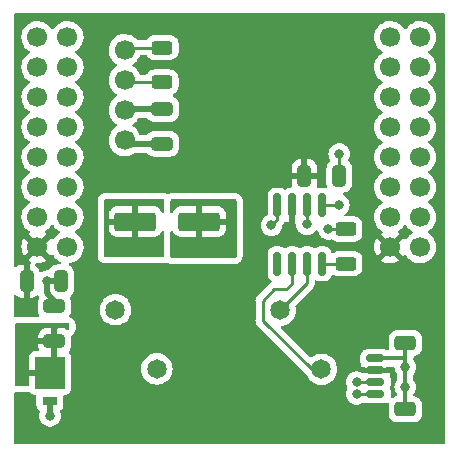
<source format=gbr>
%TF.GenerationSoftware,KiCad,Pcbnew,(6.0.8-1)-1*%
%TF.CreationDate,2024-02-06T23:44:39-06:00*%
%TF.ProjectId,openmv_can_shield,6f70656e-6d76-45f6-9361-6e5f73686965,rev?*%
%TF.SameCoordinates,Original*%
%TF.FileFunction,Copper,L1,Top*%
%TF.FilePolarity,Positive*%
%FSLAX46Y46*%
G04 Gerber Fmt 4.6, Leading zero omitted, Abs format (unit mm)*
G04 Created by KiCad (PCBNEW (6.0.8-1)-1) date 2024-02-06 23:44:39*
%MOMM*%
%LPD*%
G01*
G04 APERTURE LIST*
G04 Aperture macros list*
%AMRoundRect*
0 Rectangle with rounded corners*
0 $1 Rounding radius*
0 $2 $3 $4 $5 $6 $7 $8 $9 X,Y pos of 4 corners*
0 Add a 4 corners polygon primitive as box body*
4,1,4,$2,$3,$4,$5,$6,$7,$8,$9,$2,$3,0*
0 Add four circle primitives for the rounded corners*
1,1,$1+$1,$2,$3*
1,1,$1+$1,$4,$5*
1,1,$1+$1,$6,$7*
1,1,$1+$1,$8,$9*
0 Add four rect primitives between the rounded corners*
20,1,$1+$1,$2,$3,$4,$5,0*
20,1,$1+$1,$4,$5,$6,$7,0*
20,1,$1+$1,$6,$7,$8,$9,0*
20,1,$1+$1,$8,$9,$2,$3,0*%
G04 Aperture macros list end*
%TA.AperFunction,SMDPad,CuDef*%
%ADD10RoundRect,0.150000X-0.150000X0.825000X-0.150000X-0.825000X0.150000X-0.825000X0.150000X0.825000X0*%
%TD*%
%TA.AperFunction,SMDPad,CuDef*%
%ADD11RoundRect,0.250000X0.625000X-0.312500X0.625000X0.312500X-0.625000X0.312500X-0.625000X-0.312500X0*%
%TD*%
%TA.AperFunction,SMDPad,CuDef*%
%ADD12RoundRect,0.250000X0.650000X-0.325000X0.650000X0.325000X-0.650000X0.325000X-0.650000X-0.325000X0*%
%TD*%
%TA.AperFunction,SMDPad,CuDef*%
%ADD13RoundRect,0.250000X-0.325000X-0.650000X0.325000X-0.650000X0.325000X0.650000X-0.325000X0.650000X0*%
%TD*%
%TA.AperFunction,ComponentPad*%
%ADD14C,1.700000*%
%TD*%
%TA.AperFunction,SMDPad,CuDef*%
%ADD15RoundRect,0.150000X-0.625000X0.150000X-0.625000X-0.150000X0.625000X-0.150000X0.625000X0.150000X0*%
%TD*%
%TA.AperFunction,SMDPad,CuDef*%
%ADD16RoundRect,0.250000X-0.650000X0.350000X-0.650000X-0.350000X0.650000X-0.350000X0.650000X0.350000X0*%
%TD*%
%TA.AperFunction,ComponentPad*%
%ADD17C,1.650000*%
%TD*%
%TA.AperFunction,SMDPad,CuDef*%
%ADD18RoundRect,0.250000X-1.500000X-0.550000X1.500000X-0.550000X1.500000X0.550000X-1.500000X0.550000X0*%
%TD*%
%TA.AperFunction,SMDPad,CuDef*%
%ADD19R,2.540000X2.670000*%
%TD*%
%TA.AperFunction,SMDPad,CuDef*%
%ADD20R,1.270000X0.760000*%
%TD*%
%TA.AperFunction,ViaPad*%
%ADD21C,0.800000*%
%TD*%
%TA.AperFunction,Conductor*%
%ADD22C,0.250000*%
%TD*%
%TA.AperFunction,Conductor*%
%ADD23C,0.500000*%
%TD*%
%TA.AperFunction,Conductor*%
%ADD24C,0.350000*%
%TD*%
G04 APERTURE END LIST*
D10*
%TO.P,U2,1,D*%
%TO.N,/CAN_TX*%
X149402800Y-96458000D03*
%TO.P,U2,2,GND*%
%TO.N,GND*%
X148132800Y-96458000D03*
%TO.P,U2,3,VCC*%
%TO.N,+3.3V*%
X146862800Y-96458000D03*
%TO.P,U2,4,R*%
%TO.N,/CAN_RX*%
X145592800Y-96458000D03*
%TO.P,U2,5,Vref*%
%TO.N,unconnected-(U2-Pad5)*%
X145592800Y-101408000D03*
%TO.P,U2,6,CANL*%
%TO.N,/CAN_L*%
X146862800Y-101408000D03*
%TO.P,U2,7,CANH*%
%TO.N,/CAN_H*%
X148132800Y-101408000D03*
%TO.P,U2,8,Rs*%
%TO.N,Net-(R2-Pad1)*%
X149402800Y-101408000D03*
%TD*%
D11*
%TO.P,R1,1*%
%TO.N,+12V*%
X135864600Y-86019100D03*
%TO.P,R1,2*%
%TO.N,Net-(R1-Pad2)*%
X135864600Y-83094100D03*
%TD*%
D12*
%TO.P,C4,1*%
%TO.N,+5V*%
X135864600Y-91236800D03*
%TO.P,C4,2*%
%TO.N,GND*%
X135864600Y-88286800D03*
%TD*%
D13*
%TO.P,C3,1*%
%TO.N,+3.3V*%
X124382000Y-102870000D03*
%TO.P,C3,2*%
%TO.N,GND*%
X127332000Y-102870000D03*
%TD*%
D11*
%TO.P,R2,1*%
%TO.N,Net-(R2-Pad1)*%
X151434800Y-101386100D03*
%TO.P,R2,2*%
%TO.N,GND*%
X151434800Y-98461100D03*
%TD*%
D12*
%TO.P,C2,1*%
%TO.N,+12V*%
X126746000Y-107951800D03*
%TO.P,C2,2*%
%TO.N,GND*%
X126746000Y-105001800D03*
%TD*%
D14*
%TO.P,RT1,A1,SPI_MOSI*%
%TO.N,unconnected-(RT1-PadA1)*%
X125304800Y-82212800D03*
%TO.P,RT1,A2,SPI_MISO_CAN_TX*%
%TO.N,/CAN_TX*%
X125304800Y-84752800D03*
%TO.P,RT1,A3,SPI_SCLK*%
%TO.N,unconnected-(RT1-PadA3)*%
X125304800Y-87292800D03*
%TO.P,RT1,A4,SPI_SS_CAN_RX*%
%TO.N,/CAN_RX*%
X125304800Y-89832800D03*
%TO.P,RT1,A5,I2C_SCL*%
%TO.N,/SCL*%
X125304800Y-92372800D03*
%TO.P,RT1,A6,I2C_SDA*%
%TO.N,/SDA*%
X125304800Y-94912800D03*
%TO.P,RT1,A7,ADC*%
%TO.N,unconnected-(RT1-PadA7)*%
X125304800Y-97452800D03*
%TO.P,RT1,A8,3V3*%
%TO.N,+3.3V*%
X125304800Y-99992800D03*
%TO.P,RT1,B1,ETH_LED*%
%TO.N,unconnected-(RT1-PadB1)*%
X127844800Y-82212800D03*
%TO.P,RT1,B2,ETH_RXN*%
%TO.N,unconnected-(RT1-PadB2)*%
X127844800Y-84752800D03*
%TO.P,RT1,B3,ETH_RXP*%
%TO.N,unconnected-(RT1-PadB3)*%
X127844800Y-87292800D03*
%TO.P,RT1,B4,ETH_TXN*%
%TO.N,unconnected-(RT1-PadB4)*%
X127844800Y-89832800D03*
%TO.P,RT1,B5,ETH_TXP*%
%TO.N,unconnected-(RT1-PadB5)*%
X127844800Y-92372800D03*
%TO.P,RT1,B6,ON_OFF*%
%TO.N,unconnected-(RT1-PadB6)*%
X127844800Y-94912800D03*
%TO.P,RT1,B7,VRAW*%
%TO.N,unconnected-(RT1-PadB7)*%
X127844800Y-97452800D03*
%TO.P,RT1,B8,GND*%
%TO.N,GND*%
X127844800Y-99992800D03*
%TO.P,RT1,C1,NC*%
%TO.N,unconnected-(RT1-PadC1)*%
X155164800Y-82212800D03*
%TO.P,RT1,C2,NC*%
%TO.N,unconnected-(RT1-PadC2)*%
X155164800Y-84752800D03*
%TO.P,RT1,C3,NC*%
%TO.N,unconnected-(RT1-PadC3)*%
X155164800Y-87292800D03*
%TO.P,RT1,C4,NC*%
%TO.N,unconnected-(RT1-PadC4)*%
X155164800Y-89832800D03*
%TO.P,RT1,C5,P14*%
%TO.N,unconnected-(RT1-PadC5)*%
X155164800Y-92372800D03*
%TO.P,RT1,C6,P13*%
%TO.N,unconnected-(RT1-PadC6)*%
X155164800Y-94912800D03*
%TO.P,RT1,C7,SBL*%
%TO.N,unconnected-(RT1-PadC7)*%
X155164800Y-97452800D03*
%TO.P,RT1,C8,3V3*%
%TO.N,+3.3V*%
X155164800Y-99992800D03*
%TO.P,RT1,D1,RESETn*%
%TO.N,unconnected-(RT1-PadD1)*%
X157704800Y-82212800D03*
%TO.P,RT1,D2,P11_WAKEn*%
%TO.N,unconnected-(RT1-PadD2)*%
X157704800Y-84752800D03*
%TO.P,RT1,D3,P10_PWM1_B3*%
%TO.N,unconnected-(RT1-PadD3)*%
X157704800Y-87292800D03*
%TO.P,RT1,D4,P9_PWM1_A3*%
%TO.N,unconnected-(RT1-PadD4)*%
X157704800Y-89832800D03*
%TO.P,RT1,D5,P8_PWM2_B0*%
%TO.N,unconnected-(RT1-PadD5)*%
X157704800Y-92372800D03*
%TO.P,RT1,D6,P7_PWM2_A0*%
%TO.N,unconnected-(RT1-PadD6)*%
X157704800Y-94912800D03*
%TO.P,RT1,D7,VIN*%
%TO.N,+5V*%
X157704800Y-97452800D03*
%TO.P,RT1,D8,GND*%
%TO.N,GND*%
X157704800Y-99992800D03*
%TD*%
D15*
%TO.P,X1,1,GND*%
%TO.N,GND*%
X153919800Y-109421800D03*
%TO.P,X1,2,V+*%
%TO.N,+3.3V*%
X153919800Y-110421800D03*
%TO.P,X1,3,SDA*%
%TO.N,/SCL*%
X153919800Y-111421800D03*
%TO.P,X1,4,SCL*%
%TO.N,/SDA*%
X153919800Y-112421800D03*
D16*
%TO.P,X1,MP,MP*%
%TO.N,GND*%
X156444800Y-113721800D03*
X156444800Y-108121800D03*
%TD*%
D17*
%TO.P,J1,1,1*%
%TO.N,+BATT*%
X131907400Y-105286800D03*
%TO.P,J1,2,2*%
%TO.N,GND*%
X135407400Y-110286800D03*
%TD*%
D18*
%TO.P,C1,1*%
%TO.N,+12V*%
X133596400Y-97840800D03*
%TO.P,C1,2*%
%TO.N,GND*%
X138996400Y-97840800D03*
%TD*%
D17*
%TO.P,J3,1,1*%
%TO.N,/CAN_H*%
X145852000Y-105337600D03*
%TO.P,J3,2,2*%
%TO.N,/CAN_L*%
X149352000Y-110337600D03*
%TD*%
D13*
%TO.P,C6,1*%
%TO.N,+3.3V*%
X147902400Y-93954600D03*
%TO.P,C6,2*%
%TO.N,GND*%
X150852400Y-93954600D03*
%TD*%
D14*
%TO.P,U1,1,EN*%
%TO.N,Net-(R1-Pad2)*%
X132689600Y-83312000D03*
%TO.P,U1,2,VIN*%
%TO.N,+12V*%
X132689600Y-85852000D03*
%TO.P,U1,3,GND*%
%TO.N,GND*%
X132689600Y-88392000D03*
%TO.P,U1,4,VOUT*%
%TO.N,+5V*%
X132689600Y-90932000D03*
%TD*%
D19*
%TO.P,D1,1,C*%
%TO.N,+12V*%
X126365000Y-110638400D03*
D20*
%TO.P,D1,2,A*%
%TO.N,+BATT*%
X126365000Y-112993400D03*
%TD*%
D21*
%TO.N,GND*%
X137439400Y-100152200D03*
X150850600Y-92100400D03*
X138963400Y-100152200D03*
X126136400Y-102870000D03*
X156444800Y-111855400D03*
X140487400Y-100152200D03*
X156444800Y-110153600D03*
X149936200Y-98450400D03*
X148107400Y-98069400D03*
%TO.N,/CAN_TX*%
X150825200Y-96418400D03*
%TO.N,/CAN_RX*%
X145110200Y-98145600D03*
%TO.N,/SCL*%
X152323800Y-111420897D03*
%TO.N,/SDA*%
X152323800Y-112420400D03*
%TO.N,+12V*%
X123977400Y-110820200D03*
X124434600Y-107238800D03*
X133883400Y-99999800D03*
X132791200Y-99999800D03*
X123977400Y-109804200D03*
X124434600Y-108254800D03*
X131699000Y-99999800D03*
%TO.N,+BATT*%
X126365000Y-114274600D03*
%TD*%
D22*
%TO.N,GND*%
X148132800Y-98044000D02*
X148107400Y-98069400D01*
D23*
X127332000Y-102870000D02*
X126136400Y-102870000D01*
X132791200Y-88290400D02*
X135861000Y-88290400D01*
D22*
X148132800Y-96458000D02*
X148132800Y-98044000D01*
D24*
X153919800Y-109421800D02*
X156411800Y-109421800D01*
D22*
X150852400Y-93954600D02*
X150852400Y-92102200D01*
X156411800Y-109421800D02*
X156444800Y-109454800D01*
D24*
X156444800Y-110153600D02*
X156444800Y-111855400D01*
D23*
X126136400Y-102870000D02*
X126136400Y-103911400D01*
D22*
X135861000Y-88290400D02*
X135864600Y-88286800D01*
D24*
X156444800Y-111855400D02*
X156444800Y-113721800D01*
D23*
X132689600Y-88392000D02*
X132791200Y-88290400D01*
X126136400Y-103911400D02*
X126746000Y-104521000D01*
X126746000Y-104521000D02*
X126746000Y-105001800D01*
D22*
X150852400Y-92102200D02*
X150850600Y-92100400D01*
X149946900Y-98461100D02*
X151434800Y-98461100D01*
D24*
X156444800Y-109454800D02*
X156444800Y-110153600D01*
X156444800Y-108121800D02*
X156444800Y-109454800D01*
D22*
X149936200Y-98450400D02*
X149946900Y-98461100D01*
%TO.N,/CAN_H*%
X148132800Y-101408000D02*
X148132800Y-103056800D01*
X148132800Y-103056800D02*
X145852000Y-105337600D01*
%TO.N,/CAN_L*%
X146862800Y-103073200D02*
X146380200Y-103555800D01*
X148513800Y-110337600D02*
X149352000Y-110337600D01*
X144399000Y-106222800D02*
X148513800Y-110337600D01*
X145364200Y-103555800D02*
X144399000Y-104521000D01*
X146380200Y-103555800D02*
X145364200Y-103555800D01*
X146862800Y-101408000D02*
X146862800Y-103073200D01*
X144399000Y-104521000D02*
X144399000Y-106222800D01*
%TO.N,Net-(R1-Pad2)*%
X132907500Y-83094100D02*
X132689600Y-83312000D01*
X135864600Y-83094100D02*
X132907500Y-83094100D01*
%TO.N,Net-(R2-Pad1)*%
X149402800Y-101408000D02*
X151412900Y-101408000D01*
X151412900Y-101408000D02*
X151434800Y-101386100D01*
%TO.N,/CAN_TX*%
X150785600Y-96458000D02*
X150825200Y-96418400D01*
X149402800Y-96458000D02*
X150785600Y-96458000D01*
%TO.N,/CAN_RX*%
X145592800Y-97663000D02*
X145592800Y-96458000D01*
X145110200Y-98145600D02*
X145592800Y-97663000D01*
%TO.N,/SCL*%
X153919800Y-111421800D02*
X152324703Y-111421800D01*
X152324703Y-111421800D02*
X152323800Y-111420897D01*
%TO.N,/SDA*%
X153919800Y-112421800D02*
X152325200Y-112421800D01*
X152325200Y-112421800D02*
X152323800Y-112420400D01*
D23*
%TO.N,+5V*%
X132994400Y-91236800D02*
X132689600Y-90932000D01*
X135864600Y-91236800D02*
X132994400Y-91236800D01*
%TO.N,+12V*%
X126365000Y-110638400D02*
X126365000Y-110236000D01*
X126746000Y-109855000D02*
X126746000Y-107951800D01*
X126365000Y-110236000D02*
X126746000Y-109855000D01*
D22*
X133944900Y-86019100D02*
X133934200Y-86029800D01*
X135864600Y-86019100D02*
X133944900Y-86019100D01*
X132867400Y-86029800D02*
X132689600Y-85852000D01*
X133934200Y-86029800D02*
X132867400Y-86029800D01*
D23*
%TO.N,+BATT*%
X126365000Y-112993400D02*
X126365000Y-114274600D01*
%TD*%
%TA.AperFunction,Conductor*%
%TO.N,GND*%
G36*
X142105921Y-95955802D02*
G01*
X142152414Y-96009458D01*
X142163800Y-96061800D01*
X142163800Y-100762800D01*
X142143798Y-100830921D01*
X142090142Y-100877414D01*
X142037800Y-100888800D01*
X136676400Y-100888800D01*
X136608279Y-100868798D01*
X136561786Y-100815142D01*
X136550400Y-100762800D01*
X136550400Y-98726286D01*
X136570402Y-98658165D01*
X136624058Y-98611672D01*
X136694332Y-98601568D01*
X136758912Y-98631062D01*
X136795924Y-98686411D01*
X136802987Y-98707582D01*
X136809161Y-98720762D01*
X136894463Y-98858607D01*
X136903499Y-98870008D01*
X137018229Y-98984539D01*
X137029640Y-98993551D01*
X137167643Y-99078616D01*
X137180824Y-99084763D01*
X137335110Y-99135938D01*
X137348486Y-99138805D01*
X137442838Y-99148472D01*
X137449254Y-99148800D01*
X138724285Y-99148800D01*
X138739524Y-99144325D01*
X138740729Y-99142935D01*
X138742400Y-99135252D01*
X138742400Y-99130684D01*
X139250400Y-99130684D01*
X139254875Y-99145923D01*
X139256265Y-99147128D01*
X139263948Y-99148799D01*
X140543495Y-99148799D01*
X140550014Y-99148462D01*
X140645606Y-99138543D01*
X140659000Y-99135651D01*
X140813184Y-99084212D01*
X140826362Y-99078039D01*
X140964207Y-98992737D01*
X140975608Y-98983701D01*
X141090139Y-98868971D01*
X141099151Y-98857560D01*
X141184216Y-98719557D01*
X141190363Y-98706376D01*
X141241538Y-98552090D01*
X141244405Y-98538714D01*
X141254072Y-98444362D01*
X141254400Y-98437946D01*
X141254400Y-98112915D01*
X141249925Y-98097676D01*
X141248535Y-98096471D01*
X141240852Y-98094800D01*
X139268515Y-98094800D01*
X139253276Y-98099275D01*
X139252071Y-98100665D01*
X139250400Y-98108348D01*
X139250400Y-99130684D01*
X138742400Y-99130684D01*
X138742400Y-97568685D01*
X139250400Y-97568685D01*
X139254875Y-97583924D01*
X139256265Y-97585129D01*
X139263948Y-97586800D01*
X141236284Y-97586800D01*
X141251523Y-97582325D01*
X141252728Y-97580935D01*
X141254399Y-97573252D01*
X141254399Y-97243705D01*
X141254062Y-97237186D01*
X141244143Y-97141594D01*
X141241251Y-97128200D01*
X141189812Y-96974016D01*
X141183639Y-96960838D01*
X141098337Y-96822993D01*
X141089301Y-96811592D01*
X140974571Y-96697061D01*
X140963160Y-96688049D01*
X140825157Y-96602984D01*
X140811976Y-96596837D01*
X140657690Y-96545662D01*
X140644314Y-96542795D01*
X140549962Y-96533128D01*
X140543545Y-96532800D01*
X139268515Y-96532800D01*
X139253276Y-96537275D01*
X139252071Y-96538665D01*
X139250400Y-96546348D01*
X139250400Y-97568685D01*
X138742400Y-97568685D01*
X138742400Y-96550916D01*
X138737925Y-96535677D01*
X138736535Y-96534472D01*
X138728852Y-96532801D01*
X137449305Y-96532801D01*
X137442786Y-96533138D01*
X137347194Y-96543057D01*
X137333800Y-96545949D01*
X137179616Y-96597388D01*
X137166438Y-96603561D01*
X137028593Y-96688863D01*
X137017192Y-96697899D01*
X136902661Y-96812629D01*
X136893649Y-96824040D01*
X136808584Y-96962043D01*
X136802437Y-96975224D01*
X136795993Y-96994652D01*
X136755562Y-97053012D01*
X136689998Y-97080248D01*
X136620116Y-97067714D01*
X136568104Y-97019389D01*
X136550400Y-96954984D01*
X136550400Y-96061800D01*
X136570402Y-95993679D01*
X136624058Y-95947186D01*
X136676400Y-95935800D01*
X142037800Y-95935800D01*
X142105921Y-95955802D01*
G37*
%TD.AperFunction*%
%TD*%
%TA.AperFunction,Conductor*%
%TO.N,+12V*%
G36*
X135984521Y-95930402D02*
G01*
X136031014Y-95984058D01*
X136042400Y-96036400D01*
X136042400Y-96955314D01*
X136022398Y-97023435D01*
X135968742Y-97069928D01*
X135898468Y-97080032D01*
X135833888Y-97050538D01*
X135796876Y-96995189D01*
X135789813Y-96974018D01*
X135783639Y-96960838D01*
X135698337Y-96822993D01*
X135689301Y-96811592D01*
X135574571Y-96697061D01*
X135563160Y-96688049D01*
X135425157Y-96602984D01*
X135411976Y-96596837D01*
X135257690Y-96545662D01*
X135244314Y-96542795D01*
X135149962Y-96533128D01*
X135143545Y-96532800D01*
X133868515Y-96532800D01*
X133853276Y-96537275D01*
X133852071Y-96538665D01*
X133850400Y-96546348D01*
X133850400Y-99130684D01*
X133854875Y-99145923D01*
X133856265Y-99147128D01*
X133863948Y-99148799D01*
X135143495Y-99148799D01*
X135150014Y-99148462D01*
X135245606Y-99138543D01*
X135259000Y-99135651D01*
X135413184Y-99084212D01*
X135426362Y-99078039D01*
X135564207Y-98992737D01*
X135575608Y-98983701D01*
X135690139Y-98868971D01*
X135699151Y-98857560D01*
X135784216Y-98719557D01*
X135790363Y-98706376D01*
X135796807Y-98686948D01*
X135837238Y-98628588D01*
X135902802Y-98601352D01*
X135972684Y-98613886D01*
X136024696Y-98662211D01*
X136042400Y-98726616D01*
X136042400Y-100737400D01*
X136022398Y-100805521D01*
X135968742Y-100852014D01*
X135916400Y-100863400D01*
X131037600Y-100863400D01*
X130969479Y-100843398D01*
X130922986Y-100789742D01*
X130911600Y-100737400D01*
X130911600Y-98437895D01*
X131338401Y-98437895D01*
X131338738Y-98444414D01*
X131348657Y-98540006D01*
X131351549Y-98553400D01*
X131402988Y-98707584D01*
X131409161Y-98720762D01*
X131494463Y-98858607D01*
X131503499Y-98870008D01*
X131618229Y-98984539D01*
X131629640Y-98993551D01*
X131767643Y-99078616D01*
X131780824Y-99084763D01*
X131935110Y-99135938D01*
X131948486Y-99138805D01*
X132042838Y-99148472D01*
X132049254Y-99148800D01*
X133324285Y-99148800D01*
X133339524Y-99144325D01*
X133340729Y-99142935D01*
X133342400Y-99135252D01*
X133342400Y-98112915D01*
X133337925Y-98097676D01*
X133336535Y-98096471D01*
X133328852Y-98094800D01*
X131356516Y-98094800D01*
X131341277Y-98099275D01*
X131340072Y-98100665D01*
X131338401Y-98108348D01*
X131338401Y-98437895D01*
X130911600Y-98437895D01*
X130911600Y-97568685D01*
X131338400Y-97568685D01*
X131342875Y-97583924D01*
X131344265Y-97585129D01*
X131351948Y-97586800D01*
X133324285Y-97586800D01*
X133339524Y-97582325D01*
X133340729Y-97580935D01*
X133342400Y-97573252D01*
X133342400Y-96550916D01*
X133337925Y-96535677D01*
X133336535Y-96534472D01*
X133328852Y-96532801D01*
X132049305Y-96532801D01*
X132042786Y-96533138D01*
X131947194Y-96543057D01*
X131933800Y-96545949D01*
X131779616Y-96597388D01*
X131766438Y-96603561D01*
X131628593Y-96688863D01*
X131617192Y-96697899D01*
X131502661Y-96812629D01*
X131493649Y-96824040D01*
X131408584Y-96962043D01*
X131402437Y-96975224D01*
X131351262Y-97129510D01*
X131348395Y-97142886D01*
X131338728Y-97237238D01*
X131338400Y-97243655D01*
X131338400Y-97568685D01*
X130911600Y-97568685D01*
X130911600Y-96036400D01*
X130931602Y-95968279D01*
X130985258Y-95921786D01*
X131037600Y-95910400D01*
X135916400Y-95910400D01*
X135984521Y-95930402D01*
G37*
%TD.AperFunction*%
%TD*%
%TA.AperFunction,Conductor*%
%TO.N,+12V*%
G36*
X127958121Y-106446002D02*
G01*
X128004614Y-106499658D01*
X128016000Y-106552000D01*
X128016000Y-106892826D01*
X127995998Y-106960947D01*
X127942342Y-107007440D01*
X127872068Y-107017544D01*
X127823884Y-107000086D01*
X127724757Y-106938984D01*
X127711576Y-106932837D01*
X127557290Y-106881662D01*
X127543914Y-106878795D01*
X127449562Y-106869128D01*
X127443145Y-106868800D01*
X127018115Y-106868800D01*
X127002876Y-106873275D01*
X127001671Y-106874665D01*
X127000000Y-106882348D01*
X127000000Y-108079800D01*
X126979998Y-108147921D01*
X126926342Y-108194414D01*
X126874000Y-108205800D01*
X125356116Y-108205800D01*
X125340877Y-108210275D01*
X125339672Y-108211665D01*
X125338001Y-108219348D01*
X125338001Y-108323895D01*
X125338338Y-108330414D01*
X125348257Y-108426006D01*
X125351149Y-108439400D01*
X125402588Y-108593584D01*
X125411863Y-108613383D01*
X125409614Y-108614437D01*
X125425332Y-108671546D01*
X125404173Y-108739316D01*
X125349733Y-108784889D01*
X125299350Y-108795401D01*
X125050331Y-108795401D01*
X125043510Y-108795771D01*
X124992648Y-108801295D01*
X124977396Y-108804921D01*
X124856946Y-108850076D01*
X124841351Y-108858614D01*
X124739276Y-108935115D01*
X124726715Y-108947676D01*
X124650214Y-109049751D01*
X124641676Y-109065346D01*
X124596522Y-109185794D01*
X124592895Y-109201049D01*
X124587369Y-109251914D01*
X124587000Y-109258728D01*
X124587000Y-110366285D01*
X124591475Y-110381524D01*
X124592865Y-110382729D01*
X124600548Y-110384400D01*
X126493000Y-110384400D01*
X126561121Y-110404402D01*
X126607614Y-110458058D01*
X126619000Y-110510400D01*
X126619000Y-110766400D01*
X126598998Y-110834521D01*
X126545342Y-110881014D01*
X126493000Y-110892400D01*
X124605116Y-110892400D01*
X124589877Y-110896875D01*
X124588672Y-110898265D01*
X124587001Y-110905948D01*
X124587001Y-111659400D01*
X124566999Y-111727521D01*
X124513343Y-111774014D01*
X124461001Y-111785400D01*
X123519200Y-111785400D01*
X123451079Y-111765398D01*
X123404586Y-111711742D01*
X123393200Y-111659400D01*
X123393200Y-107679685D01*
X125338000Y-107679685D01*
X125342475Y-107694924D01*
X125343865Y-107696129D01*
X125351548Y-107697800D01*
X126473885Y-107697800D01*
X126489124Y-107693325D01*
X126490329Y-107691935D01*
X126492000Y-107684252D01*
X126492000Y-106886916D01*
X126487525Y-106871677D01*
X126486135Y-106870472D01*
X126478452Y-106868801D01*
X126048905Y-106868801D01*
X126042386Y-106869138D01*
X125946794Y-106879057D01*
X125933400Y-106881949D01*
X125779216Y-106933388D01*
X125766038Y-106939561D01*
X125628193Y-107024863D01*
X125616792Y-107033899D01*
X125502261Y-107148629D01*
X125493249Y-107160040D01*
X125408184Y-107298043D01*
X125402037Y-107311224D01*
X125350862Y-107465510D01*
X125347995Y-107478886D01*
X125338328Y-107573238D01*
X125338000Y-107579655D01*
X125338000Y-107679685D01*
X123393200Y-107679685D01*
X123393200Y-106552000D01*
X123413202Y-106483879D01*
X123466858Y-106437386D01*
X123519200Y-106426000D01*
X127890000Y-106426000D01*
X127958121Y-106446002D01*
G37*
%TD.AperFunction*%
%TD*%
%TA.AperFunction,Conductor*%
%TO.N,+3.3V*%
G36*
X159733021Y-80208302D02*
G01*
X159779514Y-80261958D01*
X159790900Y-80314300D01*
X159790900Y-116545300D01*
X159770898Y-116613421D01*
X159717242Y-116659914D01*
X159664900Y-116671300D01*
X123433900Y-116671300D01*
X123365779Y-116651298D01*
X123319286Y-116597642D01*
X123307900Y-116545300D01*
X123307900Y-112413932D01*
X123327902Y-112345811D01*
X123381558Y-112299318D01*
X123451831Y-112289214D01*
X123514752Y-112298261D01*
X123514759Y-112298262D01*
X123519200Y-112298900D01*
X124461001Y-112298900D01*
X124464347Y-112298540D01*
X124464352Y-112298540D01*
X124566786Y-112287528D01*
X124566793Y-112287527D01*
X124570150Y-112287166D01*
X124573448Y-112286449D01*
X124573464Y-112286446D01*
X124598116Y-112281083D01*
X124668932Y-112286147D01*
X124719305Y-112323834D01*
X124720008Y-112323131D01*
X124724884Y-112328007D01*
X124725724Y-112328636D01*
X124731739Y-112336661D01*
X124848295Y-112424015D01*
X124984684Y-112475145D01*
X125046866Y-112481900D01*
X125095500Y-112481900D01*
X125163621Y-112501902D01*
X125210114Y-112555558D01*
X125221500Y-112607900D01*
X125221500Y-113421534D01*
X125228255Y-113483716D01*
X125279385Y-113620105D01*
X125366739Y-113736661D01*
X125373919Y-113742042D01*
X125373920Y-113742043D01*
X125469766Y-113813876D01*
X125512281Y-113870736D01*
X125517307Y-113941554D01*
X125514036Y-113953631D01*
X125471458Y-114084672D01*
X125470768Y-114091233D01*
X125470768Y-114091235D01*
X125456397Y-114227966D01*
X125451496Y-114274600D01*
X125452186Y-114281165D01*
X125464884Y-114401976D01*
X125471458Y-114464528D01*
X125530473Y-114646156D01*
X125625960Y-114811544D01*
X125630378Y-114816451D01*
X125630379Y-114816452D01*
X125642848Y-114830300D01*
X125753747Y-114953466D01*
X125908248Y-115065718D01*
X125914276Y-115068402D01*
X125914278Y-115068403D01*
X126076681Y-115140709D01*
X126082712Y-115143394D01*
X126176112Y-115163247D01*
X126263056Y-115181728D01*
X126263061Y-115181728D01*
X126269513Y-115183100D01*
X126460487Y-115183100D01*
X126466939Y-115181728D01*
X126466944Y-115181728D01*
X126553888Y-115163247D01*
X126647288Y-115143394D01*
X126653319Y-115140709D01*
X126815722Y-115068403D01*
X126815724Y-115068402D01*
X126821752Y-115065718D01*
X126976253Y-114953466D01*
X127087152Y-114830300D01*
X127099621Y-114816452D01*
X127099622Y-114816451D01*
X127104040Y-114811544D01*
X127199527Y-114646156D01*
X127258542Y-114464528D01*
X127265117Y-114401976D01*
X127277814Y-114281165D01*
X127278504Y-114274600D01*
X127273603Y-114227966D01*
X127259232Y-114091235D01*
X127259232Y-114091233D01*
X127258542Y-114084672D01*
X127215966Y-113953637D01*
X127213938Y-113882671D01*
X127250601Y-113821873D01*
X127260234Y-113813876D01*
X127356080Y-113742043D01*
X127356081Y-113742042D01*
X127363261Y-113736661D01*
X127450615Y-113620105D01*
X127501745Y-113483716D01*
X127508500Y-113421534D01*
X127508500Y-112607900D01*
X127528502Y-112539779D01*
X127582158Y-112493286D01*
X127634500Y-112481900D01*
X127683134Y-112481900D01*
X127745316Y-112475145D01*
X127881705Y-112424015D01*
X127886528Y-112420400D01*
X151410296Y-112420400D01*
X151410986Y-112426965D01*
X151428827Y-112596709D01*
X151430258Y-112610328D01*
X151489273Y-112791956D01*
X151584760Y-112957344D01*
X151712547Y-113099266D01*
X151765949Y-113138065D01*
X151828013Y-113183157D01*
X151867048Y-113211518D01*
X151873076Y-113214202D01*
X151873078Y-113214203D01*
X152035481Y-113286509D01*
X152041512Y-113289194D01*
X152134913Y-113309047D01*
X152221856Y-113327528D01*
X152221861Y-113327528D01*
X152228313Y-113328900D01*
X152419287Y-113328900D01*
X152425739Y-113327528D01*
X152425744Y-113327528D01*
X152512687Y-113309047D01*
X152606088Y-113289194D01*
X152612119Y-113286509D01*
X152774522Y-113214203D01*
X152774524Y-113214202D01*
X152780552Y-113211518D01*
X152849263Y-113161597D01*
X152916129Y-113137739D01*
X152987462Y-113155080D01*
X153024370Y-113176907D01*
X153024374Y-113176909D01*
X153031199Y-113180945D01*
X153038810Y-113183156D01*
X153038812Y-113183157D01*
X153091031Y-113198328D01*
X153190969Y-113227362D01*
X153197374Y-113227866D01*
X153197379Y-113227867D01*
X153225842Y-113230107D01*
X153225850Y-113230107D01*
X153228298Y-113230300D01*
X154611302Y-113230300D01*
X154613750Y-113230107D01*
X154613758Y-113230107D01*
X154642221Y-113227867D01*
X154642226Y-113227866D01*
X154648631Y-113227362D01*
X154748569Y-113198328D01*
X154800788Y-113183157D01*
X154800790Y-113183156D01*
X154808401Y-113180945D01*
X154842831Y-113160583D01*
X154851386Y-113155524D01*
X154920202Y-113138065D01*
X154987534Y-113160583D01*
X155032002Y-113215928D01*
X155040868Y-113276820D01*
X155036300Y-113321400D01*
X155036300Y-114122200D01*
X155047274Y-114227966D01*
X155049455Y-114234502D01*
X155049455Y-114234504D01*
X155093528Y-114366606D01*
X155103250Y-114395746D01*
X155196322Y-114546148D01*
X155321497Y-114671105D01*
X155327727Y-114674945D01*
X155327728Y-114674946D01*
X155464890Y-114759494D01*
X155472062Y-114763915D01*
X155551805Y-114790364D01*
X155633411Y-114817432D01*
X155633413Y-114817432D01*
X155639939Y-114819597D01*
X155646775Y-114820297D01*
X155646778Y-114820298D01*
X155689831Y-114824709D01*
X155744400Y-114830300D01*
X157145200Y-114830300D01*
X157148446Y-114829963D01*
X157148450Y-114829963D01*
X157244108Y-114820038D01*
X157244112Y-114820037D01*
X157250966Y-114819326D01*
X157257502Y-114817145D01*
X157257504Y-114817145D01*
X157389606Y-114773072D01*
X157418746Y-114763350D01*
X157569148Y-114670278D01*
X157694105Y-114545103D01*
X157739903Y-114470806D01*
X157783075Y-114400768D01*
X157783076Y-114400766D01*
X157786915Y-114394538D01*
X157824519Y-114281165D01*
X157840432Y-114233189D01*
X157840432Y-114233187D01*
X157842597Y-114226661D01*
X157853300Y-114122200D01*
X157853300Y-113321400D01*
X157850101Y-113290566D01*
X157843038Y-113222492D01*
X157843037Y-113222488D01*
X157842326Y-113215634D01*
X157823960Y-113160583D01*
X157788668Y-113054802D01*
X157786350Y-113047854D01*
X157693278Y-112897452D01*
X157568103Y-112772495D01*
X157494000Y-112726817D01*
X157423768Y-112683525D01*
X157423766Y-112683524D01*
X157417538Y-112679685D01*
X157337795Y-112653236D01*
X157256189Y-112626168D01*
X157256187Y-112626168D01*
X157249661Y-112624003D01*
X157242822Y-112623302D01*
X157236090Y-112621859D01*
X157236493Y-112619980D01*
X157179504Y-112596709D01*
X157138721Y-112538595D01*
X157135831Y-112467658D01*
X157164436Y-112413894D01*
X157179421Y-112397252D01*
X157179422Y-112397251D01*
X157183840Y-112392344D01*
X157249799Y-112278100D01*
X157276023Y-112232679D01*
X157276024Y-112232678D01*
X157279327Y-112226956D01*
X157338342Y-112045328D01*
X157342245Y-112008199D01*
X157357614Y-111861965D01*
X157358304Y-111855400D01*
X157338342Y-111665472D01*
X157279327Y-111483844D01*
X157242985Y-111420897D01*
X157187143Y-111324177D01*
X157183840Y-111318456D01*
X157179420Y-111313547D01*
X157179417Y-111313543D01*
X157160665Y-111292717D01*
X157129947Y-111228710D01*
X157128300Y-111208406D01*
X157128300Y-110800594D01*
X157148302Y-110732473D01*
X157160665Y-110716283D01*
X157179417Y-110695457D01*
X157179420Y-110695453D01*
X157183840Y-110690544D01*
X157279327Y-110525156D01*
X157338342Y-110343528D01*
X157339541Y-110332125D01*
X157357614Y-110160165D01*
X157358304Y-110153600D01*
X157338342Y-109963672D01*
X157279327Y-109782044D01*
X157214189Y-109669221D01*
X157187143Y-109622377D01*
X157183840Y-109616656D01*
X157179420Y-109611747D01*
X157179417Y-109611743D01*
X157160665Y-109590917D01*
X157129947Y-109526910D01*
X157128300Y-109506606D01*
X157128300Y-109345656D01*
X157148302Y-109277535D01*
X157201958Y-109231042D01*
X157241296Y-109220329D01*
X157250966Y-109219326D01*
X157257502Y-109217145D01*
X157257504Y-109217145D01*
X157411798Y-109165668D01*
X157418746Y-109163350D01*
X157569148Y-109070278D01*
X157694105Y-108945103D01*
X157701169Y-108933643D01*
X157783075Y-108800768D01*
X157783076Y-108800766D01*
X157786915Y-108794538D01*
X157822214Y-108688113D01*
X157840432Y-108633189D01*
X157840432Y-108633187D01*
X157842597Y-108626661D01*
X157853300Y-108522200D01*
X157853300Y-107721400D01*
X157842326Y-107615634D01*
X157830327Y-107579667D01*
X157788668Y-107454802D01*
X157786350Y-107447854D01*
X157693278Y-107297452D01*
X157568103Y-107172495D01*
X157452599Y-107101297D01*
X157423768Y-107083525D01*
X157423766Y-107083524D01*
X157417538Y-107079685D01*
X157303372Y-107041818D01*
X157256189Y-107026168D01*
X157256187Y-107026168D01*
X157249661Y-107024003D01*
X157242825Y-107023303D01*
X157242822Y-107023302D01*
X157199769Y-107018891D01*
X157145200Y-107013300D01*
X155744400Y-107013300D01*
X155741154Y-107013637D01*
X155741150Y-107013637D01*
X155645492Y-107023562D01*
X155645488Y-107023563D01*
X155638634Y-107024274D01*
X155632098Y-107026455D01*
X155632096Y-107026455D01*
X155586048Y-107041818D01*
X155470854Y-107080250D01*
X155320452Y-107173322D01*
X155195495Y-107298497D01*
X155102685Y-107449062D01*
X155100381Y-107456009D01*
X155059366Y-107579667D01*
X155047003Y-107616939D01*
X155036300Y-107721400D01*
X155036300Y-108522200D01*
X155040913Y-108566656D01*
X155028049Y-108636475D01*
X154979478Y-108688258D01*
X154910623Y-108705561D01*
X154851449Y-108688114D01*
X154808401Y-108662655D01*
X154800790Y-108660444D01*
X154800788Y-108660443D01*
X154748569Y-108645272D01*
X154648631Y-108616238D01*
X154642226Y-108615734D01*
X154642221Y-108615733D01*
X154613758Y-108613493D01*
X154613750Y-108613493D01*
X154611302Y-108613300D01*
X153228298Y-108613300D01*
X153225850Y-108613493D01*
X153225842Y-108613493D01*
X153197379Y-108615733D01*
X153197374Y-108615734D01*
X153190969Y-108616238D01*
X153091031Y-108645272D01*
X153038812Y-108660443D01*
X153038810Y-108660444D01*
X153031199Y-108662655D01*
X153024372Y-108666692D01*
X153024373Y-108666692D01*
X152894820Y-108743309D01*
X152894817Y-108743311D01*
X152887993Y-108747347D01*
X152770347Y-108864993D01*
X152766311Y-108871817D01*
X152766309Y-108871820D01*
X152709391Y-108968063D01*
X152685655Y-109008199D01*
X152683444Y-109015810D01*
X152683443Y-109015812D01*
X152682004Y-109020766D01*
X152639238Y-109167969D01*
X152638734Y-109174374D01*
X152638733Y-109174379D01*
X152637261Y-109193084D01*
X152636300Y-109205298D01*
X152636300Y-109638302D01*
X152639238Y-109675631D01*
X152641033Y-109681808D01*
X152670154Y-109782044D01*
X152685655Y-109835401D01*
X152699110Y-109858151D01*
X152716570Y-109926965D01*
X152699111Y-109986430D01*
X152690152Y-110001579D01*
X152683907Y-110016010D01*
X152644861Y-110150405D01*
X152644901Y-110164506D01*
X152652170Y-110167800D01*
X152977230Y-110167800D01*
X153026075Y-110177915D01*
X153031199Y-110180945D01*
X153038807Y-110183155D01*
X153038811Y-110183157D01*
X153119222Y-110206518D01*
X153190969Y-110227362D01*
X153197374Y-110227866D01*
X153197379Y-110227867D01*
X153225842Y-110230107D01*
X153225850Y-110230107D01*
X153228298Y-110230300D01*
X154611302Y-110230300D01*
X154613750Y-110230107D01*
X154613758Y-110230107D01*
X154642221Y-110227867D01*
X154642226Y-110227866D01*
X154648631Y-110227362D01*
X154720378Y-110206518D01*
X154800789Y-110183157D01*
X154800793Y-110183155D01*
X154808401Y-110180945D01*
X154813525Y-110177915D01*
X154862370Y-110167800D01*
X155181678Y-110167800D01*
X155196917Y-110163325D01*
X155209515Y-110148787D01*
X155269241Y-110110404D01*
X155304739Y-110105300D01*
X155412768Y-110105300D01*
X155480889Y-110125302D01*
X155527382Y-110178958D01*
X155538078Y-110218129D01*
X155550060Y-110332125D01*
X155551258Y-110343528D01*
X155610273Y-110525156D01*
X155705760Y-110690544D01*
X155710180Y-110695453D01*
X155710183Y-110695457D01*
X155728935Y-110716283D01*
X155759653Y-110780290D01*
X155761300Y-110800594D01*
X155761300Y-111208406D01*
X155741298Y-111276527D01*
X155728935Y-111292717D01*
X155710183Y-111313543D01*
X155710180Y-111313547D01*
X155705760Y-111318456D01*
X155702457Y-111324177D01*
X155646616Y-111420897D01*
X155610273Y-111483844D01*
X155551258Y-111665472D01*
X155531296Y-111855400D01*
X155531986Y-111861965D01*
X155547356Y-112008199D01*
X155551258Y-112045328D01*
X155610273Y-112226956D01*
X155613576Y-112232678D01*
X155613577Y-112232679D01*
X155639801Y-112278100D01*
X155705760Y-112392344D01*
X155710178Y-112397251D01*
X155710179Y-112397252D01*
X155725271Y-112414013D01*
X155755988Y-112478021D01*
X155747225Y-112548474D01*
X155701762Y-112603006D01*
X155651987Y-112620995D01*
X155652227Y-112622108D01*
X155645491Y-112623563D01*
X155638634Y-112624274D01*
X155632098Y-112626455D01*
X155632096Y-112626455D01*
X155596587Y-112638302D01*
X155470854Y-112680250D01*
X155399357Y-112724494D01*
X155395603Y-112726817D01*
X155327151Y-112745655D01*
X155259382Y-112724494D01*
X155213810Y-112670053D01*
X155203300Y-112619673D01*
X155203300Y-112205298D01*
X155200362Y-112167969D01*
X155157819Y-112021534D01*
X155156157Y-112015812D01*
X155156156Y-112015810D01*
X155153945Y-112008199D01*
X155149909Y-112001374D01*
X155140780Y-111985937D01*
X155123322Y-111917121D01*
X155140780Y-111857663D01*
X155149909Y-111842226D01*
X155149910Y-111842224D01*
X155153945Y-111835401D01*
X155200362Y-111675631D01*
X155201919Y-111655858D01*
X155203107Y-111640758D01*
X155203107Y-111640750D01*
X155203300Y-111638302D01*
X155203300Y-111205298D01*
X155200362Y-111167969D01*
X155153945Y-111008199D01*
X155140490Y-110985449D01*
X155123030Y-110916635D01*
X155140489Y-110857170D01*
X155149448Y-110842021D01*
X155155693Y-110827590D01*
X155194739Y-110693195D01*
X155194699Y-110679094D01*
X155187430Y-110675800D01*
X154862370Y-110675800D01*
X154813525Y-110665685D01*
X154808401Y-110662655D01*
X154800793Y-110660445D01*
X154800789Y-110660443D01*
X154720378Y-110637082D01*
X154648631Y-110616238D01*
X154642226Y-110615734D01*
X154642221Y-110615733D01*
X154613758Y-110613493D01*
X154613750Y-110613493D01*
X154611302Y-110613300D01*
X153228298Y-110613300D01*
X153225850Y-110613493D01*
X153225842Y-110613493D01*
X153197379Y-110615733D01*
X153197374Y-110615734D01*
X153190969Y-110616238D01*
X153119222Y-110637082D01*
X153038811Y-110660443D01*
X153038807Y-110660445D01*
X153031199Y-110662655D01*
X153026075Y-110665685D01*
X152977230Y-110675800D01*
X152884834Y-110675800D01*
X152816713Y-110655798D01*
X152810773Y-110651736D01*
X152785894Y-110633660D01*
X152785893Y-110633659D01*
X152780552Y-110629779D01*
X152774524Y-110627095D01*
X152774522Y-110627094D01*
X152612119Y-110554788D01*
X152612118Y-110554788D01*
X152606088Y-110552103D01*
X152512688Y-110532250D01*
X152425744Y-110513769D01*
X152425739Y-110513769D01*
X152419287Y-110512397D01*
X152228313Y-110512397D01*
X152221861Y-110513769D01*
X152221856Y-110513769D01*
X152134912Y-110532250D01*
X152041512Y-110552103D01*
X152035482Y-110554788D01*
X152035481Y-110554788D01*
X151873078Y-110627094D01*
X151873076Y-110627095D01*
X151867048Y-110629779D01*
X151712547Y-110742031D01*
X151708126Y-110746941D01*
X151708125Y-110746942D01*
X151601832Y-110864993D01*
X151584760Y-110883953D01*
X151489273Y-111049341D01*
X151430258Y-111230969D01*
X151429568Y-111237530D01*
X151429568Y-111237532D01*
X151416788Y-111359125D01*
X151410296Y-111420897D01*
X151410986Y-111427462D01*
X151428400Y-111593144D01*
X151430258Y-111610825D01*
X151489273Y-111792453D01*
X151526915Y-111857650D01*
X151543652Y-111926642D01*
X151526914Y-111983648D01*
X151489273Y-112048844D01*
X151430258Y-112230472D01*
X151429568Y-112237033D01*
X151429568Y-112237035D01*
X151413846Y-112386623D01*
X151410296Y-112420400D01*
X127886528Y-112420400D01*
X127998261Y-112336661D01*
X128085615Y-112220105D01*
X128136745Y-112083716D01*
X128143500Y-112021534D01*
X128143500Y-110286800D01*
X134068806Y-110286800D01*
X134089142Y-110519244D01*
X134090566Y-110524557D01*
X134090566Y-110524559D01*
X134146277Y-110732473D01*
X134149533Y-110744626D01*
X134151855Y-110749606D01*
X134151856Y-110749608D01*
X134245818Y-110951110D01*
X134245821Y-110951115D01*
X134248144Y-110956097D01*
X134251300Y-110960604D01*
X134251301Y-110960606D01*
X134309427Y-111043618D01*
X134381978Y-111147232D01*
X134546968Y-111312222D01*
X134551476Y-111315379D01*
X134551479Y-111315381D01*
X134692796Y-111414332D01*
X134738103Y-111446056D01*
X134743085Y-111448379D01*
X134743090Y-111448382D01*
X134944592Y-111542344D01*
X134949574Y-111544667D01*
X134954882Y-111546089D01*
X134954884Y-111546090D01*
X135169641Y-111603634D01*
X135169643Y-111603634D01*
X135174956Y-111605058D01*
X135407400Y-111625394D01*
X135639844Y-111605058D01*
X135645157Y-111603634D01*
X135645159Y-111603634D01*
X135859916Y-111546090D01*
X135859918Y-111546089D01*
X135865226Y-111544667D01*
X135870208Y-111542344D01*
X136071710Y-111448382D01*
X136071715Y-111448379D01*
X136076697Y-111446056D01*
X136122004Y-111414332D01*
X136263321Y-111315381D01*
X136263324Y-111315379D01*
X136267832Y-111312222D01*
X136432822Y-111147232D01*
X136505374Y-111043618D01*
X136563499Y-110960606D01*
X136563500Y-110960604D01*
X136566656Y-110956097D01*
X136568979Y-110951115D01*
X136568982Y-110951110D01*
X136662944Y-110749608D01*
X136662945Y-110749606D01*
X136665267Y-110744626D01*
X136668524Y-110732473D01*
X136724234Y-110524559D01*
X136724234Y-110524557D01*
X136725658Y-110519244D01*
X136745994Y-110286800D01*
X136725658Y-110054356D01*
X136715383Y-110016010D01*
X136666690Y-109834284D01*
X136666689Y-109834282D01*
X136665267Y-109828974D01*
X136643383Y-109782044D01*
X136568982Y-109622490D01*
X136568979Y-109622485D01*
X136566656Y-109617503D01*
X136562623Y-109611743D01*
X136435981Y-109430879D01*
X136435979Y-109430876D01*
X136432822Y-109426368D01*
X136267832Y-109261378D01*
X136263324Y-109258221D01*
X136263321Y-109258219D01*
X136081206Y-109130701D01*
X136081204Y-109130700D01*
X136076697Y-109127544D01*
X136071715Y-109125221D01*
X136071710Y-109125218D01*
X135870208Y-109031256D01*
X135870206Y-109031255D01*
X135865226Y-109028933D01*
X135859918Y-109027511D01*
X135859916Y-109027510D01*
X135645159Y-108969966D01*
X135645157Y-108969966D01*
X135639844Y-108968542D01*
X135407400Y-108948206D01*
X135174956Y-108968542D01*
X135169643Y-108969966D01*
X135169641Y-108969966D01*
X134954884Y-109027510D01*
X134954882Y-109027511D01*
X134949574Y-109028933D01*
X134944594Y-109031255D01*
X134944592Y-109031256D01*
X134743090Y-109125218D01*
X134743085Y-109125221D01*
X134738103Y-109127544D01*
X134733596Y-109130700D01*
X134733594Y-109130701D01*
X134551479Y-109258219D01*
X134551476Y-109258221D01*
X134546968Y-109261378D01*
X134381978Y-109426368D01*
X134378821Y-109430876D01*
X134378819Y-109430879D01*
X134252177Y-109611743D01*
X134248144Y-109617503D01*
X134245821Y-109622485D01*
X134245818Y-109622490D01*
X134171417Y-109782044D01*
X134149533Y-109828974D01*
X134148111Y-109834282D01*
X134148110Y-109834284D01*
X134099417Y-110016010D01*
X134089142Y-110054356D01*
X134068806Y-110286800D01*
X128143500Y-110286800D01*
X128143500Y-109255266D01*
X128136745Y-109193084D01*
X128085615Y-109056695D01*
X127998261Y-108940139D01*
X127991080Y-108934757D01*
X127989966Y-108933643D01*
X127955940Y-108871331D01*
X127961005Y-108800516D01*
X127986100Y-108761427D01*
X127985596Y-108761029D01*
X127989657Y-108755886D01*
X127989883Y-108755535D01*
X127990132Y-108755286D01*
X127990136Y-108755281D01*
X127995305Y-108750103D01*
X128033427Y-108688258D01*
X128084275Y-108605768D01*
X128084276Y-108605766D01*
X128088115Y-108599538D01*
X128143797Y-108431661D01*
X128154500Y-108327200D01*
X128154500Y-107576400D01*
X128152663Y-107558697D01*
X128165527Y-107488877D01*
X128209870Y-107439696D01*
X128274824Y-107397953D01*
X128274830Y-107397949D01*
X128278612Y-107395518D01*
X128332268Y-107349025D01*
X128376051Y-107298497D01*
X128422081Y-107245376D01*
X128422083Y-107245373D01*
X128427982Y-107238565D01*
X128488698Y-107105616D01*
X128496827Y-107077932D01*
X128507431Y-107041818D01*
X128507432Y-107041814D01*
X128508700Y-107037495D01*
X128510288Y-107026455D01*
X128528861Y-106897273D01*
X128528861Y-106897268D01*
X128529500Y-106892826D01*
X128529500Y-106552000D01*
X128527180Y-106530417D01*
X128518128Y-106446215D01*
X128518127Y-106446208D01*
X128517766Y-106442851D01*
X128506380Y-106390509D01*
X128471710Y-106286343D01*
X128392692Y-106163388D01*
X128346199Y-106109732D01*
X128336933Y-106101703D01*
X128242550Y-106019919D01*
X128242547Y-106019917D01*
X128235739Y-106014018D01*
X128102790Y-105953302D01*
X128095325Y-105951110D01*
X128090187Y-105949601D01*
X128030462Y-105911216D01*
X128000970Y-105846635D01*
X128011076Y-105776361D01*
X128018428Y-105762590D01*
X128026431Y-105749608D01*
X128088115Y-105649538D01*
X128116299Y-105564564D01*
X128141632Y-105488189D01*
X128141632Y-105488187D01*
X128143797Y-105481661D01*
X128154500Y-105377200D01*
X128154500Y-105286800D01*
X130568806Y-105286800D01*
X130589142Y-105519244D01*
X130590566Y-105524557D01*
X130590566Y-105524559D01*
X130625724Y-105655768D01*
X130649533Y-105744626D01*
X130651855Y-105749606D01*
X130651856Y-105749608D01*
X130745818Y-105951110D01*
X130745821Y-105951115D01*
X130748144Y-105956097D01*
X130751300Y-105960604D01*
X130751301Y-105960606D01*
X130853662Y-106106792D01*
X130881978Y-106147232D01*
X131046968Y-106312222D01*
X131051476Y-106315379D01*
X131051479Y-106315381D01*
X131233594Y-106442899D01*
X131238103Y-106446056D01*
X131243085Y-106448379D01*
X131243090Y-106448382D01*
X131432776Y-106536834D01*
X131449574Y-106544667D01*
X131454882Y-106546089D01*
X131454884Y-106546090D01*
X131669641Y-106603634D01*
X131669643Y-106603634D01*
X131674956Y-106605058D01*
X131907400Y-106625394D01*
X132139844Y-106605058D01*
X132145157Y-106603634D01*
X132145159Y-106603634D01*
X132359916Y-106546090D01*
X132359918Y-106546089D01*
X132365226Y-106544667D01*
X132382024Y-106536834D01*
X132571710Y-106448382D01*
X132571715Y-106448379D01*
X132576697Y-106446056D01*
X132581206Y-106442899D01*
X132763321Y-106315381D01*
X132763324Y-106315379D01*
X132767832Y-106312222D01*
X132932822Y-106147232D01*
X132961139Y-106106792D01*
X133063499Y-105960606D01*
X133063500Y-105960604D01*
X133066656Y-105956097D01*
X133068979Y-105951115D01*
X133068982Y-105951110D01*
X133162944Y-105749608D01*
X133162945Y-105749606D01*
X133165267Y-105744626D01*
X133189077Y-105655768D01*
X133224234Y-105524559D01*
X133224234Y-105524557D01*
X133225658Y-105519244D01*
X133245994Y-105286800D01*
X133225658Y-105054356D01*
X133165267Y-104828974D01*
X133070805Y-104626400D01*
X133068982Y-104622490D01*
X133068979Y-104622485D01*
X133066656Y-104617503D01*
X133003630Y-104527492D01*
X132985040Y-104500943D01*
X143760780Y-104500943D01*
X143761526Y-104508835D01*
X143764941Y-104544961D01*
X143765500Y-104556819D01*
X143765500Y-106144033D01*
X143764973Y-106155216D01*
X143763298Y-106162709D01*
X143763547Y-106170635D01*
X143763547Y-106170636D01*
X143765438Y-106230786D01*
X143765500Y-106234745D01*
X143765500Y-106262656D01*
X143765997Y-106266590D01*
X143765997Y-106266591D01*
X143766005Y-106266656D01*
X143766938Y-106278493D01*
X143768327Y-106322689D01*
X143773978Y-106342139D01*
X143777987Y-106361500D01*
X143780526Y-106381597D01*
X143783445Y-106388968D01*
X143783445Y-106388970D01*
X143796804Y-106422712D01*
X143800649Y-106433942D01*
X143804215Y-106446215D01*
X143812982Y-106476393D01*
X143817015Y-106483212D01*
X143817017Y-106483217D01*
X143823293Y-106493828D01*
X143831988Y-106511576D01*
X143839448Y-106530417D01*
X143844110Y-106536833D01*
X143844110Y-106536834D01*
X143865436Y-106566187D01*
X143871952Y-106576107D01*
X143889074Y-106605058D01*
X143894458Y-106614162D01*
X143908779Y-106628483D01*
X143921619Y-106643516D01*
X143933528Y-106659907D01*
X143939634Y-106664958D01*
X143967605Y-106688098D01*
X143976384Y-106696088D01*
X148010148Y-110729853D01*
X148017688Y-110738139D01*
X148021800Y-110744618D01*
X148027577Y-110750043D01*
X148071451Y-110791243D01*
X148074293Y-110793998D01*
X148094030Y-110813735D01*
X148093138Y-110814627D01*
X148119562Y-110849960D01*
X148192744Y-111006897D01*
X148195900Y-111011404D01*
X148195901Y-111011406D01*
X148305528Y-111167969D01*
X148326578Y-111198032D01*
X148491568Y-111363022D01*
X148496076Y-111366179D01*
X148496079Y-111366181D01*
X148678194Y-111493699D01*
X148682703Y-111496856D01*
X148687685Y-111499179D01*
X148687690Y-111499182D01*
X148889192Y-111593144D01*
X148894174Y-111595467D01*
X148899482Y-111596889D01*
X148899484Y-111596890D01*
X149114241Y-111654434D01*
X149114243Y-111654434D01*
X149119556Y-111655858D01*
X149352000Y-111676194D01*
X149584444Y-111655858D01*
X149589757Y-111654434D01*
X149589759Y-111654434D01*
X149804516Y-111596890D01*
X149804518Y-111596889D01*
X149809826Y-111595467D01*
X149814808Y-111593144D01*
X150016310Y-111499182D01*
X150016315Y-111499179D01*
X150021297Y-111496856D01*
X150025806Y-111493699D01*
X150207921Y-111366181D01*
X150207924Y-111366179D01*
X150212432Y-111363022D01*
X150377422Y-111198032D01*
X150398473Y-111167969D01*
X150508099Y-111011406D01*
X150508100Y-111011404D01*
X150511256Y-111006897D01*
X150513580Y-111001914D01*
X150513582Y-111001910D01*
X150607544Y-110800408D01*
X150607545Y-110800406D01*
X150609867Y-110795426D01*
X150622028Y-110750043D01*
X150668834Y-110575359D01*
X150668834Y-110575357D01*
X150670258Y-110570044D01*
X150690594Y-110337600D01*
X150670258Y-110105156D01*
X150668834Y-110099841D01*
X150611290Y-109885084D01*
X150611289Y-109885082D01*
X150609867Y-109879774D01*
X150592357Y-109842223D01*
X150513582Y-109673290D01*
X150513579Y-109673285D01*
X150511256Y-109668303D01*
X150490249Y-109638302D01*
X150380581Y-109481679D01*
X150380579Y-109481676D01*
X150377422Y-109477168D01*
X150212432Y-109312178D01*
X150207924Y-109309021D01*
X150207921Y-109309019D01*
X150025806Y-109181501D01*
X150025804Y-109181500D01*
X150021297Y-109178344D01*
X150016315Y-109176021D01*
X150016310Y-109176018D01*
X149814808Y-109082056D01*
X149814806Y-109082055D01*
X149809826Y-109079733D01*
X149804518Y-109078311D01*
X149804516Y-109078310D01*
X149589759Y-109020766D01*
X149589757Y-109020766D01*
X149584444Y-109019342D01*
X149352000Y-108999006D01*
X149119556Y-109019342D01*
X149114243Y-109020766D01*
X149114241Y-109020766D01*
X148899484Y-109078310D01*
X148899482Y-109078311D01*
X148894174Y-109079733D01*
X148889194Y-109082055D01*
X148889192Y-109082056D01*
X148687690Y-109176018D01*
X148687685Y-109176021D01*
X148682703Y-109178344D01*
X148678195Y-109181501D01*
X148678189Y-109181504D01*
X148515071Y-109295720D01*
X148447797Y-109318408D01*
X148378937Y-109301123D01*
X148353706Y-109281602D01*
X145947707Y-106875603D01*
X145913681Y-106813291D01*
X145918746Y-106742476D01*
X145961293Y-106685640D01*
X146025820Y-106660987D01*
X146038163Y-106659907D01*
X146084444Y-106655858D01*
X146089757Y-106654434D01*
X146089759Y-106654434D01*
X146304516Y-106596890D01*
X146304518Y-106596889D01*
X146309826Y-106595467D01*
X146314808Y-106593144D01*
X146516310Y-106499182D01*
X146516315Y-106499179D01*
X146521297Y-106496856D01*
X146540776Y-106483217D01*
X146707921Y-106366181D01*
X146707924Y-106366179D01*
X146712432Y-106363022D01*
X146877422Y-106198032D01*
X146902156Y-106162709D01*
X147008099Y-106011406D01*
X147008100Y-106011404D01*
X147011256Y-106006897D01*
X147013579Y-106001915D01*
X147013582Y-106001910D01*
X147107544Y-105800408D01*
X147107545Y-105800406D01*
X147109867Y-105795426D01*
X147114976Y-105776361D01*
X147168834Y-105575359D01*
X147168834Y-105575357D01*
X147170258Y-105570044D01*
X147190594Y-105337600D01*
X147170258Y-105105156D01*
X147158115Y-105059836D01*
X147148953Y-105025645D01*
X147150643Y-104954669D01*
X147181565Y-104903939D01*
X148525047Y-103560457D01*
X148533337Y-103552913D01*
X148539818Y-103548800D01*
X148586459Y-103499132D01*
X148589213Y-103496291D01*
X148608934Y-103476570D01*
X148611412Y-103473375D01*
X148619118Y-103464353D01*
X148643958Y-103437901D01*
X148649386Y-103432121D01*
X148659146Y-103414368D01*
X148669999Y-103397845D01*
X148677553Y-103388106D01*
X148682413Y-103381841D01*
X148699976Y-103341257D01*
X148705183Y-103330627D01*
X148726495Y-103291860D01*
X148728466Y-103284183D01*
X148728468Y-103284178D01*
X148731532Y-103272242D01*
X148737938Y-103253530D01*
X148742833Y-103242219D01*
X148745981Y-103234945D01*
X148747221Y-103227117D01*
X148747223Y-103227110D01*
X148752899Y-103191276D01*
X148755305Y-103179656D01*
X148764328Y-103144511D01*
X148764328Y-103144510D01*
X148766300Y-103136830D01*
X148766300Y-103116576D01*
X148767851Y-103096865D01*
X148769780Y-103084686D01*
X148771020Y-103076857D01*
X148766859Y-103032838D01*
X148766300Y-103020981D01*
X148766300Y-102931224D01*
X148786302Y-102863103D01*
X148839958Y-102816610D01*
X148910232Y-102806506D01*
X148956436Y-102822769D01*
X148989199Y-102842145D01*
X148996810Y-102844356D01*
X148996812Y-102844357D01*
X149049031Y-102859528D01*
X149148969Y-102888562D01*
X149155374Y-102889066D01*
X149155379Y-102889067D01*
X149183842Y-102891307D01*
X149183850Y-102891307D01*
X149186298Y-102891500D01*
X149619302Y-102891500D01*
X149621750Y-102891307D01*
X149621758Y-102891307D01*
X149650221Y-102889067D01*
X149650226Y-102889066D01*
X149656631Y-102888562D01*
X149756569Y-102859528D01*
X149808788Y-102844357D01*
X149808790Y-102844356D01*
X149816401Y-102842145D01*
X149897142Y-102794395D01*
X149952780Y-102761491D01*
X149952784Y-102761488D01*
X149959607Y-102757453D01*
X150077253Y-102639807D01*
X150081289Y-102632983D01*
X150081291Y-102632980D01*
X150157908Y-102503427D01*
X150161945Y-102496601D01*
X150173421Y-102457100D01*
X150191229Y-102395805D01*
X150229442Y-102335970D01*
X150293938Y-102306292D01*
X150364241Y-102316195D01*
X150378339Y-102323697D01*
X150409667Y-102343008D01*
X150480830Y-102386874D01*
X150480833Y-102386875D01*
X150487062Y-102390715D01*
X150566805Y-102417164D01*
X150648411Y-102444232D01*
X150648413Y-102444232D01*
X150654939Y-102446397D01*
X150661775Y-102447097D01*
X150661778Y-102447098D01*
X150704831Y-102451509D01*
X150759400Y-102457100D01*
X152110200Y-102457100D01*
X152113446Y-102456763D01*
X152113450Y-102456763D01*
X152209108Y-102446838D01*
X152209112Y-102446837D01*
X152215966Y-102446126D01*
X152222502Y-102443945D01*
X152222504Y-102443945D01*
X152366796Y-102395805D01*
X152383746Y-102390150D01*
X152534148Y-102297078D01*
X152659105Y-102171903D01*
X152751915Y-102021338D01*
X152778364Y-101941595D01*
X152805432Y-101859989D01*
X152805432Y-101859987D01*
X152807597Y-101853461D01*
X152818300Y-101749000D01*
X152818300Y-101117653D01*
X154404777Y-101117653D01*
X154410058Y-101124707D01*
X154571556Y-101219079D01*
X154580842Y-101223529D01*
X154779801Y-101299503D01*
X154789699Y-101302379D01*
X154998395Y-101344838D01*
X155008623Y-101346057D01*
X155221450Y-101353862D01*
X155231736Y-101353395D01*
X155442985Y-101326334D01*
X155453062Y-101324192D01*
X155657055Y-101262991D01*
X155666642Y-101259233D01*
X155857898Y-101165538D01*
X155866744Y-101160265D01*
X155914047Y-101126523D01*
X155922448Y-101115823D01*
X155915460Y-101102670D01*
X155177612Y-100364822D01*
X155163668Y-100357208D01*
X155161835Y-100357339D01*
X155155220Y-100361590D01*
X154411537Y-101105273D01*
X154404777Y-101117653D01*
X152818300Y-101117653D01*
X152818300Y-101023200D01*
X152816210Y-101003057D01*
X152808038Y-100924292D01*
X152808037Y-100924288D01*
X152807326Y-100917434D01*
X152804002Y-100907469D01*
X152761072Y-100778794D01*
X152751350Y-100749654D01*
X152658278Y-100599252D01*
X152533103Y-100474295D01*
X152409921Y-100398364D01*
X152388768Y-100385325D01*
X152388766Y-100385324D01*
X152382538Y-100381485D01*
X152222054Y-100328255D01*
X152221189Y-100327968D01*
X152221187Y-100327968D01*
X152214661Y-100325803D01*
X152207825Y-100325103D01*
X152207822Y-100325102D01*
X152164769Y-100320691D01*
X152110200Y-100315100D01*
X150759400Y-100315100D01*
X150756154Y-100315437D01*
X150756150Y-100315437D01*
X150660492Y-100325362D01*
X150660488Y-100325363D01*
X150653634Y-100326074D01*
X150647098Y-100328255D01*
X150647096Y-100328255D01*
X150547180Y-100361590D01*
X150485854Y-100382050D01*
X150371516Y-100452805D01*
X150367762Y-100455128D01*
X150299310Y-100473966D01*
X150231541Y-100452805D01*
X150185969Y-100398364D01*
X150180462Y-100383136D01*
X150180147Y-100382050D01*
X150161945Y-100319399D01*
X150139158Y-100280869D01*
X150081291Y-100183020D01*
X150081289Y-100183017D01*
X150077253Y-100176193D01*
X149959607Y-100058547D01*
X149952783Y-100054511D01*
X149952780Y-100054509D01*
X149823227Y-99977892D01*
X149823228Y-99977892D01*
X149816401Y-99973855D01*
X149808790Y-99971644D01*
X149808788Y-99971643D01*
X149784762Y-99964663D01*
X153802850Y-99964663D01*
X153815109Y-100177277D01*
X153816545Y-100187497D01*
X153863365Y-100395246D01*
X153866445Y-100405075D01*
X153946570Y-100602403D01*
X153951213Y-100611594D01*
X154031260Y-100742220D01*
X154041716Y-100751680D01*
X154050494Y-100747896D01*
X154792778Y-100005612D01*
X154800392Y-99991668D01*
X154800261Y-99989835D01*
X154796010Y-99983220D01*
X154054649Y-99241859D01*
X154043113Y-99235559D01*
X154030831Y-99245182D01*
X153982889Y-99315462D01*
X153977804Y-99324413D01*
X153888138Y-99517583D01*
X153884575Y-99527270D01*
X153827664Y-99732481D01*
X153825733Y-99742600D01*
X153803102Y-99954374D01*
X153802850Y-99964663D01*
X149784762Y-99964663D01*
X149749346Y-99954374D01*
X149656631Y-99927438D01*
X149650226Y-99926934D01*
X149650221Y-99926933D01*
X149621758Y-99924693D01*
X149621750Y-99924693D01*
X149619302Y-99924500D01*
X149186298Y-99924500D01*
X149183850Y-99924693D01*
X149183842Y-99924693D01*
X149155379Y-99926933D01*
X149155374Y-99926934D01*
X149148969Y-99927438D01*
X149056254Y-99954374D01*
X148996812Y-99971643D01*
X148996810Y-99971644D01*
X148989199Y-99973855D01*
X148845993Y-100058547D01*
X148843311Y-100061229D01*
X148778939Y-100086502D01*
X148709316Y-100072600D01*
X148693488Y-100062428D01*
X148689607Y-100058547D01*
X148546401Y-99973855D01*
X148538790Y-99971644D01*
X148538788Y-99971643D01*
X148479346Y-99954374D01*
X148386631Y-99927438D01*
X148380226Y-99926934D01*
X148380221Y-99926933D01*
X148351758Y-99924693D01*
X148351750Y-99924693D01*
X148349302Y-99924500D01*
X147916298Y-99924500D01*
X147913850Y-99924693D01*
X147913842Y-99924693D01*
X147885379Y-99926933D01*
X147885374Y-99926934D01*
X147878969Y-99927438D01*
X147786254Y-99954374D01*
X147726812Y-99971643D01*
X147726810Y-99971644D01*
X147719199Y-99973855D01*
X147575993Y-100058547D01*
X147573311Y-100061229D01*
X147508939Y-100086502D01*
X147439316Y-100072600D01*
X147423488Y-100062428D01*
X147419607Y-100058547D01*
X147276401Y-99973855D01*
X147268790Y-99971644D01*
X147268788Y-99971643D01*
X147209346Y-99954374D01*
X147116631Y-99927438D01*
X147110226Y-99926934D01*
X147110221Y-99926933D01*
X147081758Y-99924693D01*
X147081750Y-99924693D01*
X147079302Y-99924500D01*
X146646298Y-99924500D01*
X146643850Y-99924693D01*
X146643842Y-99924693D01*
X146615379Y-99926933D01*
X146615374Y-99926934D01*
X146608969Y-99927438D01*
X146516254Y-99954374D01*
X146456812Y-99971643D01*
X146456810Y-99971644D01*
X146449199Y-99973855D01*
X146305993Y-100058547D01*
X146303311Y-100061229D01*
X146238939Y-100086502D01*
X146169316Y-100072600D01*
X146153488Y-100062428D01*
X146149607Y-100058547D01*
X146006401Y-99973855D01*
X145998790Y-99971644D01*
X145998788Y-99971643D01*
X145939346Y-99954374D01*
X145846631Y-99927438D01*
X145840226Y-99926934D01*
X145840221Y-99926933D01*
X145811758Y-99924693D01*
X145811750Y-99924693D01*
X145809302Y-99924500D01*
X145376298Y-99924500D01*
X145373850Y-99924693D01*
X145373842Y-99924693D01*
X145345379Y-99926933D01*
X145345374Y-99926934D01*
X145338969Y-99927438D01*
X145246254Y-99954374D01*
X145186812Y-99971643D01*
X145186810Y-99971644D01*
X145179199Y-99973855D01*
X145172372Y-99977892D01*
X145172373Y-99977892D01*
X145042820Y-100054509D01*
X145042817Y-100054511D01*
X145035993Y-100058547D01*
X144918347Y-100176193D01*
X144914311Y-100183017D01*
X144914309Y-100183020D01*
X144856442Y-100280869D01*
X144833655Y-100319399D01*
X144831444Y-100327010D01*
X144831443Y-100327012D01*
X144816287Y-100379181D01*
X144787238Y-100479169D01*
X144786734Y-100485574D01*
X144786733Y-100485579D01*
X144785657Y-100499253D01*
X144784300Y-100516498D01*
X144784300Y-102299502D01*
X144784493Y-102301950D01*
X144784493Y-102301958D01*
X144785614Y-102316195D01*
X144787238Y-102336831D01*
X144816272Y-102436769D01*
X144819070Y-102446397D01*
X144833655Y-102496601D01*
X144837692Y-102503427D01*
X144914309Y-102632980D01*
X144914311Y-102632983D01*
X144918347Y-102639807D01*
X145035993Y-102757453D01*
X145066027Y-102775215D01*
X145114478Y-102827107D01*
X145127183Y-102896957D01*
X145100107Y-102962588D01*
X145063060Y-102993684D01*
X145056583Y-102996248D01*
X145050172Y-103000906D01*
X145050168Y-103000908D01*
X145020813Y-103022236D01*
X145010893Y-103028752D01*
X144979665Y-103047220D01*
X144979662Y-103047222D01*
X144972838Y-103051258D01*
X144958517Y-103065579D01*
X144943484Y-103078419D01*
X144927093Y-103090328D01*
X144922043Y-103096432D01*
X144922038Y-103096437D01*
X144898907Y-103124398D01*
X144890917Y-103133179D01*
X144006742Y-104017353D01*
X143998463Y-104024887D01*
X143991982Y-104029000D01*
X143958073Y-104065110D01*
X143945357Y-104078651D01*
X143942602Y-104081493D01*
X143922865Y-104101230D01*
X143920385Y-104104427D01*
X143912682Y-104113447D01*
X143882414Y-104145679D01*
X143878595Y-104152625D01*
X143878593Y-104152628D01*
X143872652Y-104163434D01*
X143861801Y-104179953D01*
X143849386Y-104195959D01*
X143846241Y-104203228D01*
X143846238Y-104203232D01*
X143831826Y-104236537D01*
X143826609Y-104247187D01*
X143805305Y-104285940D01*
X143803334Y-104293615D01*
X143803334Y-104293616D01*
X143800267Y-104305562D01*
X143793863Y-104324266D01*
X143785819Y-104342855D01*
X143784580Y-104350678D01*
X143784577Y-104350688D01*
X143778901Y-104386524D01*
X143776495Y-104398144D01*
X143769249Y-104426368D01*
X143765500Y-104440970D01*
X143765500Y-104461224D01*
X143763949Y-104480934D01*
X143760780Y-104500943D01*
X132985040Y-104500943D01*
X132935981Y-104430879D01*
X132935979Y-104430876D01*
X132932822Y-104426368D01*
X132767832Y-104261378D01*
X132763324Y-104258221D01*
X132763321Y-104258219D01*
X132581206Y-104130701D01*
X132581204Y-104130700D01*
X132576697Y-104127544D01*
X132571715Y-104125221D01*
X132571710Y-104125218D01*
X132370208Y-104031256D01*
X132370206Y-104031255D01*
X132365226Y-104028933D01*
X132359918Y-104027511D01*
X132359916Y-104027510D01*
X132145159Y-103969966D01*
X132145157Y-103969966D01*
X132139844Y-103968542D01*
X131907400Y-103948206D01*
X131674956Y-103968542D01*
X131669643Y-103969966D01*
X131669641Y-103969966D01*
X131454884Y-104027510D01*
X131454882Y-104027511D01*
X131449574Y-104028933D01*
X131444594Y-104031255D01*
X131444592Y-104031256D01*
X131243090Y-104125218D01*
X131243085Y-104125221D01*
X131238103Y-104127544D01*
X131233596Y-104130700D01*
X131233594Y-104130701D01*
X131051479Y-104258219D01*
X131051476Y-104258221D01*
X131046968Y-104261378D01*
X130881978Y-104426368D01*
X130878821Y-104430876D01*
X130878819Y-104430879D01*
X130811170Y-104527492D01*
X130748144Y-104617503D01*
X130745821Y-104622485D01*
X130745818Y-104622490D01*
X130743995Y-104626400D01*
X130649533Y-104828974D01*
X130589142Y-105054356D01*
X130568806Y-105286800D01*
X128154500Y-105286800D01*
X128154500Y-104626400D01*
X128154163Y-104623150D01*
X128144238Y-104527492D01*
X128144237Y-104527488D01*
X128143526Y-104520634D01*
X128130282Y-104480935D01*
X128089868Y-104359802D01*
X128087550Y-104352854D01*
X128061104Y-104310119D01*
X128042267Y-104241669D01*
X128063428Y-104173899D01*
X128101945Y-104136673D01*
X128116698Y-104127544D01*
X128131348Y-104118478D01*
X128256305Y-103993303D01*
X128323219Y-103884749D01*
X128345275Y-103848968D01*
X128345276Y-103848966D01*
X128349115Y-103842738D01*
X128404797Y-103674861D01*
X128415500Y-103570400D01*
X128415500Y-102169600D01*
X128415163Y-102166350D01*
X128405238Y-102070692D01*
X128405237Y-102070688D01*
X128404526Y-102063834D01*
X128398158Y-102044745D01*
X128350868Y-101903002D01*
X128348550Y-101896054D01*
X128255478Y-101745652D01*
X128130303Y-101620695D01*
X128037660Y-101563589D01*
X127990167Y-101510817D01*
X127978743Y-101440745D01*
X128007017Y-101375621D01*
X128066011Y-101336122D01*
X128087765Y-101331350D01*
X128123090Y-101326825D01*
X128123094Y-101326824D01*
X128128216Y-101326168D01*
X128133166Y-101324683D01*
X128337229Y-101263461D01*
X128337234Y-101263459D01*
X128342184Y-101261974D01*
X128542794Y-101163696D01*
X128724660Y-101033973D01*
X128732194Y-101026466D01*
X128879235Y-100879937D01*
X128882896Y-100876289D01*
X128982697Y-100737400D01*
X130398100Y-100737400D01*
X130398460Y-100740746D01*
X130398460Y-100740751D01*
X130404603Y-100797888D01*
X130409834Y-100846549D01*
X130421220Y-100898891D01*
X130455890Y-101003057D01*
X130534908Y-101126012D01*
X130581401Y-101179668D01*
X130584794Y-101182608D01*
X130685050Y-101269481D01*
X130685053Y-101269483D01*
X130691861Y-101275382D01*
X130824810Y-101336098D01*
X130838954Y-101340251D01*
X130888608Y-101354831D01*
X130888612Y-101354832D01*
X130892931Y-101356100D01*
X130897380Y-101356740D01*
X130897386Y-101356741D01*
X131033153Y-101376261D01*
X131033158Y-101376261D01*
X131037600Y-101376900D01*
X135916400Y-101376900D01*
X135919746Y-101376540D01*
X135919751Y-101376540D01*
X136022185Y-101365528D01*
X136022192Y-101365527D01*
X136025549Y-101365166D01*
X136036582Y-101362766D01*
X136074610Y-101354494D01*
X136074615Y-101354493D01*
X136077891Y-101353780D01*
X136158877Y-101326825D01*
X136174582Y-101321598D01*
X136182057Y-101319110D01*
X136203685Y-101305211D01*
X136271804Y-101285209D01*
X136329972Y-101302291D01*
X136330661Y-101300782D01*
X136463610Y-101361498D01*
X136473657Y-101364448D01*
X136527408Y-101380231D01*
X136527412Y-101380232D01*
X136531731Y-101381500D01*
X136536180Y-101382140D01*
X136536186Y-101382141D01*
X136671953Y-101401661D01*
X136671958Y-101401661D01*
X136676400Y-101402300D01*
X142037800Y-101402300D01*
X142041146Y-101401940D01*
X142041151Y-101401940D01*
X142143585Y-101390928D01*
X142143592Y-101390927D01*
X142146949Y-101390566D01*
X142150250Y-101389848D01*
X142196010Y-101379894D01*
X142196015Y-101379893D01*
X142199291Y-101379180D01*
X142303457Y-101344510D01*
X142426412Y-101265492D01*
X142433103Y-101259695D01*
X142476675Y-101221939D01*
X142480068Y-101218999D01*
X142511601Y-101182608D01*
X142569881Y-101115350D01*
X142569883Y-101115347D01*
X142575782Y-101108539D01*
X142636498Y-100975590D01*
X142643473Y-100951836D01*
X142655231Y-100911792D01*
X142655232Y-100911788D01*
X142656500Y-100907469D01*
X142657734Y-100898891D01*
X142676661Y-100767247D01*
X142676661Y-100767242D01*
X142677300Y-100762800D01*
X142677300Y-98145600D01*
X144196696Y-98145600D01*
X144216658Y-98335528D01*
X144275673Y-98517156D01*
X144278976Y-98522878D01*
X144278977Y-98522879D01*
X144312050Y-98580162D01*
X144371160Y-98682544D01*
X144375578Y-98687451D01*
X144375579Y-98687452D01*
X144490021Y-98814553D01*
X144498947Y-98824466D01*
X144653448Y-98936718D01*
X144659476Y-98939402D01*
X144659478Y-98939403D01*
X144794841Y-98999670D01*
X144827912Y-99014394D01*
X144921312Y-99034247D01*
X145008256Y-99052728D01*
X145008261Y-99052728D01*
X145014713Y-99054100D01*
X145205687Y-99054100D01*
X145212139Y-99052728D01*
X145212144Y-99052728D01*
X145299087Y-99034247D01*
X145392488Y-99014394D01*
X145425559Y-98999670D01*
X145560922Y-98939403D01*
X145560924Y-98939402D01*
X145566952Y-98936718D01*
X145721453Y-98824466D01*
X145730379Y-98814553D01*
X145844821Y-98687452D01*
X145844822Y-98687451D01*
X145849240Y-98682544D01*
X145908350Y-98580162D01*
X145941423Y-98522879D01*
X145941424Y-98522878D01*
X145944727Y-98517156D01*
X146003742Y-98335528D01*
X146021107Y-98170306D01*
X146048120Y-98104650D01*
X146057322Y-98094382D01*
X146068934Y-98082770D01*
X146071412Y-98079575D01*
X146079118Y-98070553D01*
X146103958Y-98044101D01*
X146109386Y-98038321D01*
X146119146Y-98020568D01*
X146129999Y-98004045D01*
X146137553Y-97994306D01*
X146142413Y-97988041D01*
X146159976Y-97947457D01*
X146165183Y-97936827D01*
X146186495Y-97898060D01*
X146186495Y-97898059D01*
X146187227Y-97898462D01*
X146226926Y-97847588D01*
X146293930Y-97824115D01*
X146364538Y-97841495D01*
X146442579Y-97887648D01*
X146457010Y-97893893D01*
X146591405Y-97932939D01*
X146605506Y-97932899D01*
X146608800Y-97925630D01*
X146608800Y-96330000D01*
X146628802Y-96261879D01*
X146682458Y-96215386D01*
X146734800Y-96204000D01*
X146990800Y-96204000D01*
X147058921Y-96224002D01*
X147105414Y-96277658D01*
X147116800Y-96330000D01*
X147116800Y-97919878D01*
X147121275Y-97935117D01*
X147143586Y-97954449D01*
X147151420Y-97958028D01*
X147189799Y-98017757D01*
X147193284Y-98056229D01*
X147194586Y-98056229D01*
X147194586Y-98062835D01*
X147193896Y-98069400D01*
X147194586Y-98075965D01*
X147209610Y-98218907D01*
X147213858Y-98259328D01*
X147272873Y-98440956D01*
X147276176Y-98446678D01*
X147276177Y-98446679D01*
X147301379Y-98490329D01*
X147368360Y-98606344D01*
X147372778Y-98611251D01*
X147372779Y-98611252D01*
X147474835Y-98724597D01*
X147496147Y-98748266D01*
X147595243Y-98820264D01*
X147618166Y-98836918D01*
X147650648Y-98860518D01*
X147656676Y-98863202D01*
X147656678Y-98863203D01*
X147787890Y-98921622D01*
X147825112Y-98938194D01*
X147918512Y-98958047D01*
X148005456Y-98976528D01*
X148005461Y-98976528D01*
X148011913Y-98977900D01*
X148202887Y-98977900D01*
X148209339Y-98976528D01*
X148209344Y-98976528D01*
X148296287Y-98958047D01*
X148389688Y-98938194D01*
X148426910Y-98921622D01*
X148558122Y-98863203D01*
X148558124Y-98863202D01*
X148564152Y-98860518D01*
X148596635Y-98836918D01*
X148619557Y-98820264D01*
X148718653Y-98748266D01*
X148836484Y-98617402D01*
X148896929Y-98580162D01*
X148967912Y-98581514D01*
X149026897Y-98621027D01*
X149049952Y-98662775D01*
X149101673Y-98821956D01*
X149104976Y-98827678D01*
X149104977Y-98827679D01*
X149123937Y-98860518D01*
X149197160Y-98987344D01*
X149201578Y-98992251D01*
X149201579Y-98992252D01*
X149300908Y-99102568D01*
X149324947Y-99129266D01*
X149424043Y-99201264D01*
X149470195Y-99234795D01*
X149479448Y-99241518D01*
X149485476Y-99244202D01*
X149485478Y-99244203D01*
X149647881Y-99316509D01*
X149653912Y-99319194D01*
X149747312Y-99339047D01*
X149834256Y-99357528D01*
X149834261Y-99357528D01*
X149840713Y-99358900D01*
X150031687Y-99358900D01*
X150038139Y-99357528D01*
X150038144Y-99357528D01*
X150204574Y-99322152D01*
X150275365Y-99327554D01*
X150319789Y-99356226D01*
X150336497Y-99372905D01*
X150342727Y-99376745D01*
X150342728Y-99376746D01*
X150479890Y-99461294D01*
X150487062Y-99465715D01*
X150566805Y-99492164D01*
X150648411Y-99519232D01*
X150648413Y-99519232D01*
X150654939Y-99521397D01*
X150661775Y-99522097D01*
X150661778Y-99522098D01*
X150704831Y-99526509D01*
X150759400Y-99532100D01*
X152110200Y-99532100D01*
X152113446Y-99531763D01*
X152113450Y-99531763D01*
X152209108Y-99521838D01*
X152209112Y-99521837D01*
X152215966Y-99521126D01*
X152222502Y-99518945D01*
X152222504Y-99518945D01*
X152354606Y-99474872D01*
X152383746Y-99465150D01*
X152534148Y-99372078D01*
X152659105Y-99246903D01*
X152662946Y-99240672D01*
X152748075Y-99102568D01*
X152748076Y-99102566D01*
X152751915Y-99096338D01*
X152786439Y-98992252D01*
X152805432Y-98934989D01*
X152805432Y-98934987D01*
X152807597Y-98928461D01*
X152818300Y-98824000D01*
X152818300Y-98098200D01*
X152815881Y-98074886D01*
X152808038Y-97999292D01*
X152808037Y-97999288D01*
X152807326Y-97992434D01*
X152793055Y-97949657D01*
X152753668Y-97831602D01*
X152751350Y-97824654D01*
X152658278Y-97674252D01*
X152533103Y-97549295D01*
X152504171Y-97531461D01*
X152388768Y-97460325D01*
X152388766Y-97460324D01*
X152382538Y-97456485D01*
X152271016Y-97419495D01*
X153802051Y-97419495D01*
X153802348Y-97424648D01*
X153802348Y-97424651D01*
X153809380Y-97546601D01*
X153814910Y-97642515D01*
X153816047Y-97647561D01*
X153816048Y-97647567D01*
X153822062Y-97674252D01*
X153864022Y-97860439D01*
X153948066Y-98067416D01*
X153987139Y-98131178D01*
X154062091Y-98253488D01*
X154064787Y-98257888D01*
X154211050Y-98426738D01*
X154382926Y-98569432D01*
X154446094Y-98606344D01*
X154456755Y-98612574D01*
X154505479Y-98664212D01*
X154518550Y-98733995D01*
X154491819Y-98799767D01*
X154451362Y-98833127D01*
X154443260Y-98837344D01*
X154434534Y-98842839D01*
X154414477Y-98857899D01*
X154406023Y-98869227D01*
X154412768Y-98881558D01*
X155151988Y-99620778D01*
X155165932Y-99628392D01*
X155167765Y-99628261D01*
X155174380Y-99624010D01*
X155918189Y-98880201D01*
X155925210Y-98867344D01*
X155918411Y-98858013D01*
X155914359Y-98855321D01*
X155877402Y-98834920D01*
X155827431Y-98784487D01*
X155812659Y-98715045D01*
X155837775Y-98648639D01*
X155865127Y-98622032D01*
X155923827Y-98580162D01*
X156044660Y-98493973D01*
X156202896Y-98336289D01*
X156262394Y-98253489D01*
X156333253Y-98154877D01*
X156334576Y-98155828D01*
X156381445Y-98112657D01*
X156451380Y-98100425D01*
X156516826Y-98127944D01*
X156544675Y-98159794D01*
X156604787Y-98257888D01*
X156751050Y-98426738D01*
X156922926Y-98569432D01*
X156943602Y-98581514D01*
X156996245Y-98612276D01*
X157044969Y-98663914D01*
X157058040Y-98733697D01*
X157031309Y-98799469D01*
X156990855Y-98832827D01*
X156978407Y-98839307D01*
X156974274Y-98842410D01*
X156974271Y-98842412D01*
X156845091Y-98939403D01*
X156799765Y-98973435D01*
X156760624Y-99014394D01*
X156676363Y-99102568D01*
X156645429Y-99134938D01*
X156570894Y-99244203D01*
X156537698Y-99292866D01*
X156482787Y-99337869D01*
X156412262Y-99346040D01*
X156348515Y-99314786D01*
X156327817Y-99290301D01*
X156297862Y-99243997D01*
X156287177Y-99234795D01*
X156277612Y-99239198D01*
X155536822Y-99979988D01*
X155529208Y-99993932D01*
X155529339Y-99995765D01*
X155533590Y-100002380D01*
X156275274Y-100744064D01*
X156287284Y-100750623D01*
X156299023Y-100741655D01*
X156332822Y-100694619D01*
X156334077Y-100695521D01*
X156381191Y-100652155D01*
X156451130Y-100639948D01*
X156516567Y-100667491D01*
X156544380Y-100699313D01*
X156602087Y-100793483D01*
X156602091Y-100793488D01*
X156604787Y-100797888D01*
X156751050Y-100966738D01*
X156922926Y-101109432D01*
X157115800Y-101222138D01*
X157324492Y-101301830D01*
X157329560Y-101302861D01*
X157329563Y-101302862D01*
X157409425Y-101319110D01*
X157543397Y-101346367D01*
X157548572Y-101346557D01*
X157548574Y-101346557D01*
X157761473Y-101354364D01*
X157761477Y-101354364D01*
X157766637Y-101354553D01*
X157771757Y-101353897D01*
X157771759Y-101353897D01*
X157983088Y-101326825D01*
X157983089Y-101326825D01*
X157988216Y-101326168D01*
X157993166Y-101324683D01*
X158197229Y-101263461D01*
X158197234Y-101263459D01*
X158202184Y-101261974D01*
X158402794Y-101163696D01*
X158584660Y-101033973D01*
X158592194Y-101026466D01*
X158739235Y-100879937D01*
X158742896Y-100876289D01*
X158873253Y-100694877D01*
X158894368Y-100652155D01*
X158969936Y-100499253D01*
X158969937Y-100499251D01*
X158972230Y-100494611D01*
X159025464Y-100319399D01*
X159035665Y-100285823D01*
X159035665Y-100285821D01*
X159037170Y-100280869D01*
X159066329Y-100059390D01*
X159067956Y-99992800D01*
X159049652Y-99770161D01*
X158995231Y-99553502D01*
X158906154Y-99348640D01*
X158866706Y-99287662D01*
X158787622Y-99165417D01*
X158787620Y-99165414D01*
X158784814Y-99161077D01*
X158634470Y-98995851D01*
X158630419Y-98992652D01*
X158630415Y-98992648D01*
X158463214Y-98860600D01*
X158463210Y-98860598D01*
X158459159Y-98857398D01*
X158417853Y-98834596D01*
X158367884Y-98784164D01*
X158353112Y-98714721D01*
X158378228Y-98648316D01*
X158405580Y-98621709D01*
X158463827Y-98580162D01*
X158584660Y-98493973D01*
X158742896Y-98336289D01*
X158802394Y-98253489D01*
X158870235Y-98159077D01*
X158873253Y-98154877D01*
X158894120Y-98112657D01*
X158969936Y-97959253D01*
X158969937Y-97959251D01*
X158972230Y-97954611D01*
X159013607Y-97818424D01*
X159035665Y-97745823D01*
X159035665Y-97745821D01*
X159037170Y-97740869D01*
X159066329Y-97519390D01*
X159066544Y-97510584D01*
X159067874Y-97456165D01*
X159067874Y-97456161D01*
X159067956Y-97452800D01*
X159049652Y-97230161D01*
X158995231Y-97013502D01*
X158906154Y-96808640D01*
X158784814Y-96621077D01*
X158634470Y-96455851D01*
X158630419Y-96452652D01*
X158630415Y-96452648D01*
X158463214Y-96320600D01*
X158463210Y-96320598D01*
X158459159Y-96317398D01*
X158417853Y-96294596D01*
X158367884Y-96244164D01*
X158353112Y-96174721D01*
X158378228Y-96108316D01*
X158405580Y-96081709D01*
X158469101Y-96036400D01*
X158584660Y-95953973D01*
X158742896Y-95796289D01*
X158780150Y-95744445D01*
X158870235Y-95619077D01*
X158873253Y-95614877D01*
X158894120Y-95572657D01*
X158969936Y-95419253D01*
X158969937Y-95419251D01*
X158972230Y-95414611D01*
X159037170Y-95200869D01*
X159066329Y-94979390D01*
X159066411Y-94976040D01*
X159067874Y-94916165D01*
X159067874Y-94916161D01*
X159067956Y-94912800D01*
X159049652Y-94690161D01*
X158995231Y-94473502D01*
X158906154Y-94268640D01*
X158784814Y-94081077D01*
X158634470Y-93915851D01*
X158630419Y-93912652D01*
X158630415Y-93912648D01*
X158463214Y-93780600D01*
X158463210Y-93780598D01*
X158459159Y-93777398D01*
X158417853Y-93754596D01*
X158367884Y-93704164D01*
X158353112Y-93634721D01*
X158378228Y-93568316D01*
X158405580Y-93541709D01*
X158449403Y-93510450D01*
X158584660Y-93413973D01*
X158742896Y-93256289D01*
X158746733Y-93250950D01*
X158870235Y-93079077D01*
X158873253Y-93074877D01*
X158894120Y-93032657D01*
X158969936Y-92879253D01*
X158969937Y-92879251D01*
X158972230Y-92874611D01*
X159037170Y-92660869D01*
X159066329Y-92439390D01*
X159067956Y-92372800D01*
X159049652Y-92150161D01*
X158995231Y-91933502D01*
X158906154Y-91728640D01*
X158866706Y-91667662D01*
X158787622Y-91545417D01*
X158787620Y-91545414D01*
X158784814Y-91541077D01*
X158634470Y-91375851D01*
X158630419Y-91372652D01*
X158630415Y-91372648D01*
X158463214Y-91240600D01*
X158463210Y-91240598D01*
X158459159Y-91237398D01*
X158417853Y-91214596D01*
X158367884Y-91164164D01*
X158353112Y-91094721D01*
X158378228Y-91028316D01*
X158405580Y-91001709D01*
X158449403Y-90970450D01*
X158584660Y-90873973D01*
X158600539Y-90858150D01*
X158739235Y-90719937D01*
X158742896Y-90716289D01*
X158802394Y-90633489D01*
X158870235Y-90539077D01*
X158873253Y-90534877D01*
X158894120Y-90492657D01*
X158969936Y-90339253D01*
X158969937Y-90339251D01*
X158972230Y-90334611D01*
X159037170Y-90120869D01*
X159066329Y-89899390D01*
X159067956Y-89832800D01*
X159049652Y-89610161D01*
X158995231Y-89393502D01*
X158906154Y-89188640D01*
X158849699Y-89101374D01*
X158787622Y-89005417D01*
X158787620Y-89005414D01*
X158784814Y-89001077D01*
X158634470Y-88835851D01*
X158630419Y-88832652D01*
X158630415Y-88832648D01*
X158463214Y-88700600D01*
X158463210Y-88700598D01*
X158459159Y-88697398D01*
X158417853Y-88674596D01*
X158367884Y-88624164D01*
X158353112Y-88554721D01*
X158378228Y-88488316D01*
X158405580Y-88461709D01*
X158449403Y-88430450D01*
X158584660Y-88333973D01*
X158742896Y-88176289D01*
X158802394Y-88093489D01*
X158870235Y-87999077D01*
X158873253Y-87994877D01*
X158894120Y-87952657D01*
X158969936Y-87799253D01*
X158969937Y-87799251D01*
X158972230Y-87794611D01*
X159037170Y-87580869D01*
X159066329Y-87359390D01*
X159067956Y-87292800D01*
X159049652Y-87070161D01*
X158995231Y-86853502D01*
X158906154Y-86648640D01*
X158801236Y-86486461D01*
X158787622Y-86465417D01*
X158787620Y-86465414D01*
X158784814Y-86461077D01*
X158634470Y-86295851D01*
X158630419Y-86292652D01*
X158630415Y-86292648D01*
X158463214Y-86160600D01*
X158463210Y-86160598D01*
X158459159Y-86157398D01*
X158417853Y-86134596D01*
X158367884Y-86084164D01*
X158353112Y-86014721D01*
X158378228Y-85948316D01*
X158405580Y-85921709D01*
X158449403Y-85890450D01*
X158584660Y-85793973D01*
X158742896Y-85636289D01*
X158802394Y-85553489D01*
X158870235Y-85459077D01*
X158873253Y-85454877D01*
X158894120Y-85412657D01*
X158969936Y-85259253D01*
X158969937Y-85259251D01*
X158972230Y-85254611D01*
X159004700Y-85147740D01*
X159035665Y-85045823D01*
X159035665Y-85045821D01*
X159037170Y-85040869D01*
X159066329Y-84819390D01*
X159067956Y-84752800D01*
X159049652Y-84530161D01*
X158995231Y-84313502D01*
X158906154Y-84108640D01*
X158847696Y-84018277D01*
X158787622Y-83925417D01*
X158787620Y-83925414D01*
X158784814Y-83921077D01*
X158634470Y-83755851D01*
X158630419Y-83752652D01*
X158630415Y-83752648D01*
X158463214Y-83620600D01*
X158463210Y-83620598D01*
X158459159Y-83617398D01*
X158417853Y-83594596D01*
X158367884Y-83544164D01*
X158353112Y-83474721D01*
X158378228Y-83408316D01*
X158405580Y-83381709D01*
X158449403Y-83350450D01*
X158584660Y-83253973D01*
X158742896Y-83096289D01*
X158802394Y-83013489D01*
X158870235Y-82919077D01*
X158873253Y-82914877D01*
X158894120Y-82872657D01*
X158969936Y-82719253D01*
X158969937Y-82719251D01*
X158972230Y-82714611D01*
X159037170Y-82500869D01*
X159066329Y-82279390D01*
X159067956Y-82212800D01*
X159049652Y-81990161D01*
X158995231Y-81773502D01*
X158906154Y-81568640D01*
X158784814Y-81381077D01*
X158634470Y-81215851D01*
X158630419Y-81212652D01*
X158630415Y-81212648D01*
X158463214Y-81080600D01*
X158463210Y-81080598D01*
X158459159Y-81077398D01*
X158263589Y-80969438D01*
X158258720Y-80967714D01*
X158258716Y-80967712D01*
X158057887Y-80896595D01*
X158057883Y-80896594D01*
X158053012Y-80894869D01*
X158047919Y-80893962D01*
X158047916Y-80893961D01*
X157838173Y-80856600D01*
X157838167Y-80856599D01*
X157833084Y-80855694D01*
X157759252Y-80854792D01*
X157614881Y-80853028D01*
X157614879Y-80853028D01*
X157609711Y-80852965D01*
X157388891Y-80886755D01*
X157176556Y-80956157D01*
X156978407Y-81059307D01*
X156974274Y-81062410D01*
X156974271Y-81062412D01*
X156950047Y-81080600D01*
X156799765Y-81193435D01*
X156645429Y-81354938D01*
X156538001Y-81512421D01*
X156483093Y-81557421D01*
X156412568Y-81565592D01*
X156348821Y-81534338D01*
X156328124Y-81509854D01*
X156247622Y-81385417D01*
X156247620Y-81385414D01*
X156244814Y-81381077D01*
X156094470Y-81215851D01*
X156090419Y-81212652D01*
X156090415Y-81212648D01*
X155923214Y-81080600D01*
X155923210Y-81080598D01*
X155919159Y-81077398D01*
X155723589Y-80969438D01*
X155718720Y-80967714D01*
X155718716Y-80967712D01*
X155517887Y-80896595D01*
X155517883Y-80896594D01*
X155513012Y-80894869D01*
X155507919Y-80893962D01*
X155507916Y-80893961D01*
X155298173Y-80856600D01*
X155298167Y-80856599D01*
X155293084Y-80855694D01*
X155219252Y-80854792D01*
X155074881Y-80853028D01*
X155074879Y-80853028D01*
X155069711Y-80852965D01*
X154848891Y-80886755D01*
X154636556Y-80956157D01*
X154438407Y-81059307D01*
X154434274Y-81062410D01*
X154434271Y-81062412D01*
X154410047Y-81080600D01*
X154259765Y-81193435D01*
X154105429Y-81354938D01*
X153979543Y-81539480D01*
X153885488Y-81742105D01*
X153825789Y-81957370D01*
X153802051Y-82179495D01*
X153802348Y-82184648D01*
X153802348Y-82184651D01*
X153809682Y-82311848D01*
X153814910Y-82402515D01*
X153816047Y-82407561D01*
X153816048Y-82407567D01*
X153828000Y-82460600D01*
X153864022Y-82620439D01*
X153948066Y-82827416D01*
X153998819Y-82910238D01*
X154062091Y-83013488D01*
X154064787Y-83017888D01*
X154211050Y-83186738D01*
X154382926Y-83329432D01*
X154453395Y-83370611D01*
X154456245Y-83372276D01*
X154504969Y-83423914D01*
X154518040Y-83493697D01*
X154491309Y-83559469D01*
X154450855Y-83592827D01*
X154438407Y-83599307D01*
X154434274Y-83602410D01*
X154434271Y-83602412D01*
X154263900Y-83730330D01*
X154259765Y-83733435D01*
X154105429Y-83894938D01*
X154102520Y-83899203D01*
X154102514Y-83899211D01*
X154033260Y-84000734D01*
X153979543Y-84079480D01*
X153885488Y-84282105D01*
X153825789Y-84497370D01*
X153802051Y-84719495D01*
X153802348Y-84724648D01*
X153802348Y-84724651D01*
X153807811Y-84819390D01*
X153814910Y-84942515D01*
X153816047Y-84947561D01*
X153816048Y-84947567D01*
X153826544Y-84994138D01*
X153864022Y-85160439D01*
X153902261Y-85254611D01*
X153931134Y-85325716D01*
X153948066Y-85367416D01*
X153998819Y-85450238D01*
X154062091Y-85553488D01*
X154064787Y-85557888D01*
X154211050Y-85726738D01*
X154382926Y-85869432D01*
X154453395Y-85910611D01*
X154456245Y-85912276D01*
X154504969Y-85963914D01*
X154518040Y-86033697D01*
X154491309Y-86099469D01*
X154450855Y-86132827D01*
X154438407Y-86139307D01*
X154434274Y-86142410D01*
X154434271Y-86142412D01*
X154271765Y-86264425D01*
X154259765Y-86273435D01*
X154105429Y-86434938D01*
X154102520Y-86439203D01*
X154102514Y-86439211D01*
X154074948Y-86479622D01*
X153979543Y-86619480D01*
X153955106Y-86672126D01*
X153890587Y-86811121D01*
X153885488Y-86822105D01*
X153825789Y-87037370D01*
X153802051Y-87259495D01*
X153802348Y-87264648D01*
X153802348Y-87264651D01*
X153814612Y-87477347D01*
X153814910Y-87482515D01*
X153816047Y-87487561D01*
X153816048Y-87487567D01*
X153826544Y-87534138D01*
X153864022Y-87700439D01*
X153948066Y-87907416D01*
X153998819Y-87990238D01*
X154062091Y-88093488D01*
X154064787Y-88097888D01*
X154211050Y-88266738D01*
X154382926Y-88409432D01*
X154453395Y-88450611D01*
X154456245Y-88452276D01*
X154504969Y-88503914D01*
X154518040Y-88573697D01*
X154491309Y-88639469D01*
X154450855Y-88672827D01*
X154438407Y-88679307D01*
X154434274Y-88682410D01*
X154434271Y-88682412D01*
X154271765Y-88804425D01*
X154259765Y-88813435D01*
X154105429Y-88974938D01*
X154102520Y-88979203D01*
X154102514Y-88979211D01*
X154048955Y-89057726D01*
X153979543Y-89159480D01*
X153885488Y-89362105D01*
X153825789Y-89577370D01*
X153802051Y-89799495D01*
X153802348Y-89804648D01*
X153802348Y-89804651D01*
X153807811Y-89899390D01*
X153814910Y-90022515D01*
X153816047Y-90027561D01*
X153816048Y-90027567D01*
X153826544Y-90074138D01*
X153864022Y-90240439D01*
X153902261Y-90334611D01*
X153941920Y-90432279D01*
X153948066Y-90447416D01*
X153998819Y-90530238D01*
X154062091Y-90633488D01*
X154064787Y-90637888D01*
X154211050Y-90806738D01*
X154382926Y-90949432D01*
X154453395Y-90990611D01*
X154456245Y-90992276D01*
X154504969Y-91043914D01*
X154518040Y-91113697D01*
X154491309Y-91179469D01*
X154450855Y-91212827D01*
X154438407Y-91219307D01*
X154434274Y-91222410D01*
X154434271Y-91222412D01*
X154271765Y-91344425D01*
X154259765Y-91353435D01*
X154105429Y-91514938D01*
X154102520Y-91519203D01*
X154102514Y-91519211D01*
X154075680Y-91558548D01*
X153979543Y-91699480D01*
X153885488Y-91902105D01*
X153825789Y-92117370D01*
X153802051Y-92339495D01*
X153802348Y-92344648D01*
X153802348Y-92344651D01*
X153810018Y-92477679D01*
X153814910Y-92562515D01*
X153816047Y-92567561D01*
X153816048Y-92567567D01*
X153831774Y-92637344D01*
X153864022Y-92780439D01*
X153902261Y-92874611D01*
X153942791Y-92974424D01*
X153948066Y-92987416D01*
X153998819Y-93070238D01*
X154062091Y-93173488D01*
X154064787Y-93177888D01*
X154211050Y-93346738D01*
X154382926Y-93489432D01*
X154453395Y-93530611D01*
X154456245Y-93532276D01*
X154504969Y-93583914D01*
X154518040Y-93653697D01*
X154491309Y-93719469D01*
X154450855Y-93752827D01*
X154438407Y-93759307D01*
X154434274Y-93762410D01*
X154434271Y-93762412D01*
X154410047Y-93780600D01*
X154259765Y-93893435D01*
X154105429Y-94054938D01*
X153979543Y-94239480D01*
X153885488Y-94442105D01*
X153825789Y-94657370D01*
X153802051Y-94879495D01*
X153802348Y-94884648D01*
X153802348Y-94884651D01*
X153810607Y-95027892D01*
X153814910Y-95102515D01*
X153816047Y-95107561D01*
X153816048Y-95107567D01*
X153822641Y-95136821D01*
X153864022Y-95320439D01*
X153905643Y-95422939D01*
X153940954Y-95509900D01*
X153948066Y-95527416D01*
X153992697Y-95600247D01*
X154062091Y-95713488D01*
X154064787Y-95717888D01*
X154211050Y-95886738D01*
X154382926Y-96029432D01*
X154444083Y-96065169D01*
X154456245Y-96072276D01*
X154504969Y-96123914D01*
X154518040Y-96193697D01*
X154491309Y-96259469D01*
X154450855Y-96292827D01*
X154438407Y-96299307D01*
X154434274Y-96302410D01*
X154434271Y-96302412D01*
X154271046Y-96424965D01*
X154259765Y-96433435D01*
X154105429Y-96594938D01*
X153979543Y-96779480D01*
X153885488Y-96982105D01*
X153825789Y-97197370D01*
X153802051Y-97419495D01*
X152271016Y-97419495D01*
X152221189Y-97402968D01*
X152221187Y-97402968D01*
X152214661Y-97400803D01*
X152207825Y-97400103D01*
X152207822Y-97400102D01*
X152164769Y-97395691D01*
X152110200Y-97390100D01*
X151421190Y-97390100D01*
X151353069Y-97370098D01*
X151306576Y-97316442D01*
X151296472Y-97246168D01*
X151325966Y-97181588D01*
X151347129Y-97162164D01*
X151357347Y-97154740D01*
X151436453Y-97097266D01*
X151507356Y-97018520D01*
X151559821Y-96960252D01*
X151559822Y-96960251D01*
X151564240Y-96955344D01*
X151659727Y-96789956D01*
X151718742Y-96608328D01*
X151720150Y-96594938D01*
X151738014Y-96424965D01*
X151738704Y-96418400D01*
X151728425Y-96320600D01*
X151719432Y-96235035D01*
X151719432Y-96235033D01*
X151718742Y-96228472D01*
X151659727Y-96046844D01*
X151564240Y-95881456D01*
X151494155Y-95803618D01*
X151440875Y-95744445D01*
X151440874Y-95744444D01*
X151436453Y-95739534D01*
X151281952Y-95627282D01*
X151275924Y-95624598D01*
X151275922Y-95624597D01*
X151221231Y-95600247D01*
X151167135Y-95554266D01*
X151146486Y-95486339D01*
X151165839Y-95418031D01*
X151219049Y-95371030D01*
X151259475Y-95359813D01*
X151290325Y-95356613D01*
X151326707Y-95352838D01*
X151326710Y-95352837D01*
X151333566Y-95352126D01*
X151340102Y-95349945D01*
X151340104Y-95349945D01*
X151494398Y-95298468D01*
X151501346Y-95296150D01*
X151651748Y-95203078D01*
X151776705Y-95077903D01*
X151807249Y-95028352D01*
X151865675Y-94933568D01*
X151865676Y-94933566D01*
X151869515Y-94927338D01*
X151902075Y-94829171D01*
X151923032Y-94765989D01*
X151923032Y-94765987D01*
X151925197Y-94759461D01*
X151935900Y-94655000D01*
X151935900Y-93254200D01*
X151927526Y-93173488D01*
X151925638Y-93155292D01*
X151925637Y-93155288D01*
X151924926Y-93148434D01*
X151868950Y-92980654D01*
X151775878Y-92830252D01*
X151770696Y-92825079D01*
X151655565Y-92710148D01*
X151621486Y-92647865D01*
X151626489Y-92577045D01*
X151635464Y-92557975D01*
X151681823Y-92477679D01*
X151681824Y-92477678D01*
X151685127Y-92471956D01*
X151744142Y-92290328D01*
X151746697Y-92266025D01*
X151763414Y-92106965D01*
X151764104Y-92100400D01*
X151746563Y-91933502D01*
X151744832Y-91917035D01*
X151744832Y-91917033D01*
X151744142Y-91910472D01*
X151685127Y-91728844D01*
X151589640Y-91563456D01*
X151566051Y-91537257D01*
X151466275Y-91426445D01*
X151466274Y-91426444D01*
X151461853Y-91421534D01*
X151307352Y-91309282D01*
X151301324Y-91306598D01*
X151301322Y-91306597D01*
X151138919Y-91234291D01*
X151138918Y-91234291D01*
X151132888Y-91231606D01*
X151039488Y-91211753D01*
X150952544Y-91193272D01*
X150952539Y-91193272D01*
X150946087Y-91191900D01*
X150755113Y-91191900D01*
X150748661Y-91193272D01*
X150748656Y-91193272D01*
X150661712Y-91211753D01*
X150568312Y-91231606D01*
X150562282Y-91234291D01*
X150562281Y-91234291D01*
X150399878Y-91306597D01*
X150399876Y-91306598D01*
X150393848Y-91309282D01*
X150239347Y-91421534D01*
X150234926Y-91426444D01*
X150234925Y-91426445D01*
X150135150Y-91537257D01*
X150111560Y-91563456D01*
X150016073Y-91728844D01*
X149957058Y-91910472D01*
X149956368Y-91917033D01*
X149956368Y-91917035D01*
X149954637Y-91933502D01*
X149937096Y-92100400D01*
X149937786Y-92106965D01*
X149954504Y-92266025D01*
X149957058Y-92290328D01*
X150016073Y-92471956D01*
X150019376Y-92477678D01*
X150019377Y-92477679D01*
X150066981Y-92560131D01*
X150083719Y-92629126D01*
X150060499Y-92696218D01*
X150047035Y-92712149D01*
X149978864Y-92780439D01*
X149928095Y-92831297D01*
X149835285Y-92981862D01*
X149779603Y-93149739D01*
X149778903Y-93156575D01*
X149778902Y-93156578D01*
X149776719Y-93177888D01*
X149768900Y-93254200D01*
X149768900Y-94655000D01*
X149769237Y-94658246D01*
X149769237Y-94658250D01*
X149779152Y-94753806D01*
X149779874Y-94760766D01*
X149782054Y-94767300D01*
X149782055Y-94767305D01*
X149797658Y-94814072D01*
X149800242Y-94885022D01*
X149764058Y-94946106D01*
X149700594Y-94977930D01*
X149658218Y-94977899D01*
X149656631Y-94977438D01*
X149650217Y-94976933D01*
X149650216Y-94976933D01*
X149621758Y-94974693D01*
X149621750Y-94974693D01*
X149619302Y-94974500D01*
X149186298Y-94974500D01*
X149183850Y-94974693D01*
X149183842Y-94974693D01*
X149155379Y-94976933D01*
X149155374Y-94976934D01*
X149148969Y-94977438D01*
X149142793Y-94979232D01*
X149142789Y-94979233D01*
X149106293Y-94989836D01*
X149035297Y-94989633D01*
X148975681Y-94951079D01*
X148946373Y-94886414D01*
X148951548Y-94829171D01*
X148972538Y-94765890D01*
X148975405Y-94752514D01*
X148985072Y-94658162D01*
X148985400Y-94651746D01*
X148985400Y-94226715D01*
X148980925Y-94211476D01*
X148979535Y-94210271D01*
X148971852Y-94208600D01*
X146837516Y-94208600D01*
X146822277Y-94213075D01*
X146821072Y-94214465D01*
X146819401Y-94222148D01*
X146819401Y-94651695D01*
X146819738Y-94658214D01*
X146829657Y-94753806D01*
X146832549Y-94767200D01*
X146846536Y-94809125D01*
X146849120Y-94880075D01*
X146812936Y-94941159D01*
X146749472Y-94972983D01*
X146727012Y-94975001D01*
X146648817Y-94975001D01*
X146643880Y-94975195D01*
X146615464Y-94977430D01*
X146602869Y-94979730D01*
X146457010Y-95022107D01*
X146442579Y-95028352D01*
X146313124Y-95104910D01*
X146305436Y-95110874D01*
X146239351Y-95136821D01*
X146169728Y-95122920D01*
X146153642Y-95112582D01*
X146149607Y-95108547D01*
X146139408Y-95102515D01*
X146013227Y-95027892D01*
X146013228Y-95027892D01*
X146006401Y-95023855D01*
X145998790Y-95021644D01*
X145998788Y-95021643D01*
X145946569Y-95006472D01*
X145846631Y-94977438D01*
X145840226Y-94976934D01*
X145840221Y-94976933D01*
X145811758Y-94974693D01*
X145811750Y-94974693D01*
X145809302Y-94974500D01*
X145376298Y-94974500D01*
X145373850Y-94974693D01*
X145373842Y-94974693D01*
X145345379Y-94976933D01*
X145345374Y-94976934D01*
X145338969Y-94977438D01*
X145239031Y-95006472D01*
X145186812Y-95021643D01*
X145186810Y-95021644D01*
X145179199Y-95023855D01*
X145172372Y-95027892D01*
X145172373Y-95027892D01*
X145042820Y-95104509D01*
X145042817Y-95104511D01*
X145035993Y-95108547D01*
X144918347Y-95226193D01*
X144914311Y-95233017D01*
X144914309Y-95233020D01*
X144865592Y-95315396D01*
X144833655Y-95369399D01*
X144787238Y-95529169D01*
X144786734Y-95535574D01*
X144786733Y-95535579D01*
X144784778Y-95560425D01*
X144784300Y-95566498D01*
X144784300Y-97214397D01*
X144764298Y-97282518D01*
X144709549Y-97329504D01*
X144659478Y-97351797D01*
X144659476Y-97351798D01*
X144653448Y-97354482D01*
X144648107Y-97358362D01*
X144648106Y-97358363D01*
X144608924Y-97386831D01*
X144498947Y-97466734D01*
X144494526Y-97471644D01*
X144494525Y-97471645D01*
X144387519Y-97590488D01*
X144371160Y-97608656D01*
X144275673Y-97774044D01*
X144216658Y-97955672D01*
X144215968Y-97962233D01*
X144215968Y-97962235D01*
X144210134Y-98017745D01*
X144196696Y-98145600D01*
X142677300Y-98145600D01*
X142677300Y-96061800D01*
X142675053Y-96040896D01*
X142665928Y-95956015D01*
X142665927Y-95956008D01*
X142665566Y-95952651D01*
X142654180Y-95900309D01*
X142619510Y-95796143D01*
X142540492Y-95673188D01*
X142493999Y-95619532D01*
X142471743Y-95600247D01*
X142390350Y-95529719D01*
X142390347Y-95529717D01*
X142383539Y-95523818D01*
X142250590Y-95463102D01*
X142213468Y-95452202D01*
X142186792Y-95444369D01*
X142186788Y-95444368D01*
X142182469Y-95443100D01*
X142178020Y-95442460D01*
X142178014Y-95442459D01*
X142042247Y-95422939D01*
X142042242Y-95422939D01*
X142037800Y-95422300D01*
X136676400Y-95422300D01*
X136673054Y-95422660D01*
X136673049Y-95422660D01*
X136570615Y-95433672D01*
X136570608Y-95433673D01*
X136567251Y-95434034D01*
X136563951Y-95434752D01*
X136563950Y-95434752D01*
X136518190Y-95444706D01*
X136518185Y-95444707D01*
X136514909Y-95445420D01*
X136410743Y-95480090D01*
X136401020Y-95486339D01*
X136389116Y-95493989D01*
X136320996Y-95513991D01*
X136262828Y-95496909D01*
X136262139Y-95498418D01*
X136129190Y-95437702D01*
X136078912Y-95422939D01*
X136065392Y-95418969D01*
X136065388Y-95418968D01*
X136061069Y-95417700D01*
X136056620Y-95417060D01*
X136056614Y-95417059D01*
X135920847Y-95397539D01*
X135920842Y-95397539D01*
X135916400Y-95396900D01*
X131037600Y-95396900D01*
X131034254Y-95397260D01*
X131034249Y-95397260D01*
X130931815Y-95408272D01*
X130931808Y-95408273D01*
X130928451Y-95408634D01*
X130925151Y-95409352D01*
X130925150Y-95409352D01*
X130879390Y-95419306D01*
X130879385Y-95419307D01*
X130876109Y-95420020D01*
X130771943Y-95454690D01*
X130648988Y-95533708D01*
X130645593Y-95536650D01*
X130645590Y-95536652D01*
X130611146Y-95566498D01*
X130595332Y-95580201D01*
X130592392Y-95583594D01*
X130505519Y-95683850D01*
X130505517Y-95683853D01*
X130499618Y-95690661D01*
X130438902Y-95823610D01*
X130418900Y-95891731D01*
X130418260Y-95896180D01*
X130418259Y-95896186D01*
X130398739Y-96031953D01*
X130398100Y-96036400D01*
X130398100Y-100737400D01*
X128982697Y-100737400D01*
X129013253Y-100694877D01*
X129034368Y-100652155D01*
X129109936Y-100499253D01*
X129109937Y-100499251D01*
X129112230Y-100494611D01*
X129165464Y-100319399D01*
X129175665Y-100285823D01*
X129175665Y-100285821D01*
X129177170Y-100280869D01*
X129206329Y-100059390D01*
X129207956Y-99992800D01*
X129189652Y-99770161D01*
X129135231Y-99553502D01*
X129046154Y-99348640D01*
X129006706Y-99287662D01*
X128927622Y-99165417D01*
X128927620Y-99165414D01*
X128924814Y-99161077D01*
X128774470Y-98995851D01*
X128770419Y-98992652D01*
X128770415Y-98992648D01*
X128603214Y-98860600D01*
X128603210Y-98860598D01*
X128599159Y-98857398D01*
X128557853Y-98834596D01*
X128507884Y-98784164D01*
X128493112Y-98714721D01*
X128518228Y-98648316D01*
X128545580Y-98621709D01*
X128603827Y-98580162D01*
X128724660Y-98493973D01*
X128882896Y-98336289D01*
X128942394Y-98253489D01*
X129010235Y-98159077D01*
X129013253Y-98154877D01*
X129034120Y-98112657D01*
X129109936Y-97959253D01*
X129109937Y-97959251D01*
X129112230Y-97954611D01*
X129153607Y-97818424D01*
X129175665Y-97745823D01*
X129175665Y-97745821D01*
X129177170Y-97740869D01*
X129206329Y-97519390D01*
X129206544Y-97510584D01*
X129207874Y-97456165D01*
X129207874Y-97456161D01*
X129207956Y-97452800D01*
X129189652Y-97230161D01*
X129135231Y-97013502D01*
X129046154Y-96808640D01*
X128924814Y-96621077D01*
X128774470Y-96455851D01*
X128770419Y-96452652D01*
X128770415Y-96452648D01*
X128603214Y-96320600D01*
X128603210Y-96320598D01*
X128599159Y-96317398D01*
X128557853Y-96294596D01*
X128507884Y-96244164D01*
X128493112Y-96174721D01*
X128518228Y-96108316D01*
X128545580Y-96081709D01*
X128609101Y-96036400D01*
X128724660Y-95953973D01*
X128882896Y-95796289D01*
X128920150Y-95744445D01*
X129010235Y-95619077D01*
X129013253Y-95614877D01*
X129034120Y-95572657D01*
X129109936Y-95419253D01*
X129109937Y-95419251D01*
X129112230Y-95414611D01*
X129177170Y-95200869D01*
X129206329Y-94979390D01*
X129206411Y-94976040D01*
X129207874Y-94916165D01*
X129207874Y-94916161D01*
X129207956Y-94912800D01*
X129189652Y-94690161D01*
X129135231Y-94473502D01*
X129046154Y-94268640D01*
X128924814Y-94081077D01*
X128774470Y-93915851D01*
X128770419Y-93912652D01*
X128770415Y-93912648D01*
X128603214Y-93780600D01*
X128603210Y-93780598D01*
X128599159Y-93777398D01*
X128557853Y-93754596D01*
X128507884Y-93704164D01*
X128503272Y-93682485D01*
X146819400Y-93682485D01*
X146823875Y-93697724D01*
X146825265Y-93698929D01*
X146832948Y-93700600D01*
X147630285Y-93700600D01*
X147645524Y-93696125D01*
X147646729Y-93694735D01*
X147648400Y-93687052D01*
X147648400Y-93682485D01*
X148156400Y-93682485D01*
X148160875Y-93697724D01*
X148162265Y-93698929D01*
X148169948Y-93700600D01*
X148967284Y-93700600D01*
X148982523Y-93696125D01*
X148983728Y-93694735D01*
X148985399Y-93687052D01*
X148985399Y-93257505D01*
X148985062Y-93250986D01*
X148975143Y-93155394D01*
X148972251Y-93142000D01*
X148920812Y-92987816D01*
X148914639Y-92974638D01*
X148829337Y-92836793D01*
X148820301Y-92825392D01*
X148705571Y-92710861D01*
X148694160Y-92701849D01*
X148556157Y-92616784D01*
X148542976Y-92610637D01*
X148388690Y-92559462D01*
X148375314Y-92556595D01*
X148280962Y-92546928D01*
X148274545Y-92546600D01*
X148174515Y-92546600D01*
X148159276Y-92551075D01*
X148158071Y-92552465D01*
X148156400Y-92560148D01*
X148156400Y-93682485D01*
X147648400Y-93682485D01*
X147648400Y-92564716D01*
X147643925Y-92549477D01*
X147642535Y-92548272D01*
X147634852Y-92546601D01*
X147530305Y-92546601D01*
X147523786Y-92546938D01*
X147428194Y-92556857D01*
X147414800Y-92559749D01*
X147260616Y-92611188D01*
X147247438Y-92617361D01*
X147109593Y-92702663D01*
X147098192Y-92711699D01*
X146983661Y-92826429D01*
X146974649Y-92837840D01*
X146889584Y-92975843D01*
X146883437Y-92989024D01*
X146832262Y-93143310D01*
X146829395Y-93156686D01*
X146819728Y-93251038D01*
X146819400Y-93257455D01*
X146819400Y-93682485D01*
X128503272Y-93682485D01*
X128493112Y-93634721D01*
X128518228Y-93568316D01*
X128545580Y-93541709D01*
X128589403Y-93510450D01*
X128724660Y-93413973D01*
X128882896Y-93256289D01*
X128886733Y-93250950D01*
X129010235Y-93079077D01*
X129013253Y-93074877D01*
X129034120Y-93032657D01*
X129109936Y-92879253D01*
X129109937Y-92879251D01*
X129112230Y-92874611D01*
X129177170Y-92660869D01*
X129206329Y-92439390D01*
X129207956Y-92372800D01*
X129189652Y-92150161D01*
X129135231Y-91933502D01*
X129046154Y-91728640D01*
X129006706Y-91667662D01*
X128927622Y-91545417D01*
X128927620Y-91545414D01*
X128924814Y-91541077D01*
X128774470Y-91375851D01*
X128770419Y-91372652D01*
X128770415Y-91372648D01*
X128603214Y-91240600D01*
X128603210Y-91240598D01*
X128599159Y-91237398D01*
X128557853Y-91214596D01*
X128507884Y-91164164D01*
X128493112Y-91094721D01*
X128518228Y-91028316D01*
X128545580Y-91001709D01*
X128589403Y-90970450D01*
X128690001Y-90898695D01*
X131326851Y-90898695D01*
X131327148Y-90903848D01*
X131327148Y-90903851D01*
X131332905Y-91003696D01*
X131339710Y-91121715D01*
X131340847Y-91126761D01*
X131340848Y-91126767D01*
X131355527Y-91191900D01*
X131388822Y-91339639D01*
X131405077Y-91379670D01*
X131458486Y-91511201D01*
X131472866Y-91546616D01*
X131475565Y-91551020D01*
X131581746Y-91724292D01*
X131589587Y-91737088D01*
X131735850Y-91905938D01*
X131843487Y-91995300D01*
X131897670Y-92040283D01*
X131907726Y-92048632D01*
X132100600Y-92161338D01*
X132105425Y-92163180D01*
X132105426Y-92163181D01*
X132110048Y-92164946D01*
X132309292Y-92241030D01*
X132314360Y-92242061D01*
X132314363Y-92242062D01*
X132421617Y-92263883D01*
X132528197Y-92285567D01*
X132533372Y-92285757D01*
X132533374Y-92285757D01*
X132746273Y-92293564D01*
X132746277Y-92293564D01*
X132751437Y-92293753D01*
X132756557Y-92293097D01*
X132756559Y-92293097D01*
X132967888Y-92266025D01*
X132967889Y-92266025D01*
X132973016Y-92265368D01*
X133023990Y-92250075D01*
X133182029Y-92202661D01*
X133182034Y-92202659D01*
X133186984Y-92201174D01*
X133387594Y-92102896D01*
X133482637Y-92035103D01*
X133505604Y-92018721D01*
X133578772Y-91995300D01*
X134523917Y-91995300D01*
X134592038Y-92015302D01*
X134615616Y-92036655D01*
X134616122Y-92036148D01*
X134741297Y-92161105D01*
X134747527Y-92164945D01*
X134747528Y-92164946D01*
X134884690Y-92249494D01*
X134891862Y-92253915D01*
X134921915Y-92263883D01*
X135053211Y-92307432D01*
X135053213Y-92307432D01*
X135059739Y-92309597D01*
X135066575Y-92310297D01*
X135066578Y-92310298D01*
X135109631Y-92314709D01*
X135164200Y-92320300D01*
X136565000Y-92320300D01*
X136568246Y-92319963D01*
X136568250Y-92319963D01*
X136663908Y-92310038D01*
X136663912Y-92310037D01*
X136670766Y-92309326D01*
X136677302Y-92307145D01*
X136677304Y-92307145D01*
X136809406Y-92263072D01*
X136838546Y-92253350D01*
X136988948Y-92160278D01*
X137113905Y-92035103D01*
X137179460Y-91928754D01*
X137202875Y-91890768D01*
X137202876Y-91890766D01*
X137206715Y-91884538D01*
X137233164Y-91804795D01*
X137260232Y-91723189D01*
X137260232Y-91723187D01*
X137262397Y-91716661D01*
X137263677Y-91704175D01*
X137272772Y-91615398D01*
X137273100Y-91612200D01*
X137273100Y-90861400D01*
X137267771Y-90810040D01*
X137262838Y-90762492D01*
X137262837Y-90762488D01*
X137262126Y-90755634D01*
X137249000Y-90716289D01*
X137208468Y-90594802D01*
X137206150Y-90587854D01*
X137113078Y-90437452D01*
X136987903Y-90312495D01*
X136981672Y-90308654D01*
X136843568Y-90223525D01*
X136843566Y-90223524D01*
X136837338Y-90219685D01*
X136676854Y-90166455D01*
X136675989Y-90166168D01*
X136675987Y-90166168D01*
X136669461Y-90164003D01*
X136662625Y-90163303D01*
X136662622Y-90163302D01*
X136619569Y-90158891D01*
X136565000Y-90153300D01*
X135164200Y-90153300D01*
X135160954Y-90153637D01*
X135160950Y-90153637D01*
X135065292Y-90163562D01*
X135065288Y-90163563D01*
X135058434Y-90164274D01*
X135051898Y-90166455D01*
X135051896Y-90166455D01*
X134919794Y-90210528D01*
X134890654Y-90220250D01*
X134740252Y-90313322D01*
X134615295Y-90438497D01*
X134613655Y-90436859D01*
X134564856Y-90471456D01*
X134523894Y-90478300D01*
X134056378Y-90478300D01*
X133988257Y-90458298D01*
X133940829Y-90402543D01*
X133893019Y-90292590D01*
X133890954Y-90287840D01*
X133845372Y-90217381D01*
X133772422Y-90104617D01*
X133772420Y-90104614D01*
X133769614Y-90100277D01*
X133619270Y-89935051D01*
X133615219Y-89931852D01*
X133615215Y-89931848D01*
X133448014Y-89799800D01*
X133448010Y-89799798D01*
X133443959Y-89796598D01*
X133402653Y-89773796D01*
X133352684Y-89723364D01*
X133337912Y-89653921D01*
X133363028Y-89587516D01*
X133390380Y-89560909D01*
X133434203Y-89529650D01*
X133569460Y-89433173D01*
X133614035Y-89388754D01*
X133724035Y-89279137D01*
X133727696Y-89275489D01*
X133730712Y-89271292D01*
X133852810Y-89101374D01*
X133908805Y-89057726D01*
X133955133Y-89048900D01*
X134526770Y-89048900D01*
X134594891Y-89068902D01*
X134615088Y-89087184D01*
X134616122Y-89086148D01*
X134741297Y-89211105D01*
X134747527Y-89214945D01*
X134747528Y-89214946D01*
X134884690Y-89299494D01*
X134891862Y-89303915D01*
X134971605Y-89330364D01*
X135053211Y-89357432D01*
X135053213Y-89357432D01*
X135059739Y-89359597D01*
X135066575Y-89360297D01*
X135066578Y-89360298D01*
X135109631Y-89364709D01*
X135164200Y-89370300D01*
X136565000Y-89370300D01*
X136568246Y-89369963D01*
X136568250Y-89369963D01*
X136663908Y-89360038D01*
X136663912Y-89360037D01*
X136670766Y-89359326D01*
X136677302Y-89357145D01*
X136677304Y-89357145D01*
X136809406Y-89313072D01*
X136838546Y-89303350D01*
X136988948Y-89210278D01*
X137113905Y-89085103D01*
X137117746Y-89078872D01*
X137202875Y-88940768D01*
X137202876Y-88940766D01*
X137206715Y-88934538D01*
X137251459Y-88799639D01*
X137260232Y-88773189D01*
X137260232Y-88773187D01*
X137262397Y-88766661D01*
X137273100Y-88662200D01*
X137273100Y-87911400D01*
X137262126Y-87805634D01*
X137258449Y-87794611D01*
X137208468Y-87644802D01*
X137206150Y-87637854D01*
X137113078Y-87487452D01*
X136987903Y-87362495D01*
X136977431Y-87356040D01*
X136843568Y-87273525D01*
X136843566Y-87273524D01*
X136837338Y-87269685D01*
X136814257Y-87262030D01*
X136755899Y-87221598D01*
X136728663Y-87156033D01*
X136741197Y-87086152D01*
X136789523Y-87034141D01*
X136800477Y-87028336D01*
X136806603Y-87025466D01*
X136813546Y-87023150D01*
X136963948Y-86930078D01*
X137088905Y-86804903D01*
X137143846Y-86715773D01*
X137177875Y-86660568D01*
X137177876Y-86660566D01*
X137181715Y-86654338D01*
X137237397Y-86486461D01*
X137239431Y-86466616D01*
X137247772Y-86385198D01*
X137248100Y-86382000D01*
X137248100Y-85656200D01*
X137241396Y-85591588D01*
X137237838Y-85557292D01*
X137237837Y-85557288D01*
X137237126Y-85550434D01*
X137181150Y-85382654D01*
X137088078Y-85232252D01*
X136962903Y-85107295D01*
X136956672Y-85103454D01*
X136818568Y-85018325D01*
X136818566Y-85018324D01*
X136812338Y-85014485D01*
X136651854Y-84961255D01*
X136650989Y-84960968D01*
X136650987Y-84960968D01*
X136644461Y-84958803D01*
X136637625Y-84958103D01*
X136637622Y-84958102D01*
X136594569Y-84953691D01*
X136540000Y-84948100D01*
X135189200Y-84948100D01*
X135185954Y-84948437D01*
X135185950Y-84948437D01*
X135090292Y-84958362D01*
X135090288Y-84958363D01*
X135083434Y-84959074D01*
X135076898Y-84961255D01*
X135076896Y-84961255D01*
X134989536Y-84990401D01*
X134915654Y-85015050D01*
X134765252Y-85108122D01*
X134640295Y-85233297D01*
X134636455Y-85239527D01*
X134636454Y-85239528D01*
X134583327Y-85325716D01*
X134530555Y-85373209D01*
X134476067Y-85385600D01*
X134050856Y-85385600D01*
X133982735Y-85365598D01*
X133935307Y-85309843D01*
X133893019Y-85212590D01*
X133890954Y-85207840D01*
X133826444Y-85108122D01*
X133772422Y-85024617D01*
X133772420Y-85024614D01*
X133769614Y-85020277D01*
X133619270Y-84855051D01*
X133615219Y-84851852D01*
X133615215Y-84851848D01*
X133448014Y-84719800D01*
X133448010Y-84719798D01*
X133443959Y-84716598D01*
X133402653Y-84693796D01*
X133352684Y-84643364D01*
X133337912Y-84573921D01*
X133363028Y-84507516D01*
X133390380Y-84480909D01*
X133434203Y-84449650D01*
X133569460Y-84353173D01*
X133614035Y-84308754D01*
X133724035Y-84199137D01*
X133727696Y-84195489D01*
X133757224Y-84154397D01*
X133855035Y-84018277D01*
X133858053Y-84014077D01*
X133864648Y-84000734D01*
X133923849Y-83880948D01*
X133957030Y-83813811D01*
X133958535Y-83808858D01*
X133959185Y-83807216D01*
X134002860Y-83751242D01*
X134076337Y-83727600D01*
X134476025Y-83727600D01*
X134544146Y-83747602D01*
X134583168Y-83787296D01*
X134641122Y-83880948D01*
X134766297Y-84005905D01*
X134772527Y-84009745D01*
X134772528Y-84009746D01*
X134909690Y-84094294D01*
X134916862Y-84098715D01*
X134996605Y-84125164D01*
X135078211Y-84152232D01*
X135078213Y-84152232D01*
X135084739Y-84154397D01*
X135091575Y-84155097D01*
X135091578Y-84155098D01*
X135134631Y-84159509D01*
X135189200Y-84165100D01*
X136540000Y-84165100D01*
X136543246Y-84164763D01*
X136543250Y-84164763D01*
X136638908Y-84154838D01*
X136638912Y-84154837D01*
X136645766Y-84154126D01*
X136652302Y-84151945D01*
X136652304Y-84151945D01*
X136795136Y-84104292D01*
X136813546Y-84098150D01*
X136963948Y-84005078D01*
X137088905Y-83879903D01*
X137133710Y-83807216D01*
X137177875Y-83735568D01*
X137177876Y-83735566D01*
X137181715Y-83729338D01*
X137226406Y-83594597D01*
X137235232Y-83567989D01*
X137235232Y-83567987D01*
X137237397Y-83561461D01*
X137248100Y-83457000D01*
X137248100Y-82731200D01*
X137247763Y-82727950D01*
X137237838Y-82632292D01*
X137237837Y-82632288D01*
X137237126Y-82625434D01*
X137197221Y-82505823D01*
X137183468Y-82464602D01*
X137181150Y-82457654D01*
X137088078Y-82307252D01*
X137073436Y-82292635D01*
X136968083Y-82187466D01*
X136962903Y-82182295D01*
X136953661Y-82176598D01*
X136818568Y-82093325D01*
X136818566Y-82093324D01*
X136812338Y-82089485D01*
X136651854Y-82036255D01*
X136650989Y-82035968D01*
X136650987Y-82035968D01*
X136644461Y-82033803D01*
X136637625Y-82033103D01*
X136637622Y-82033102D01*
X136594569Y-82028691D01*
X136540000Y-82023100D01*
X135189200Y-82023100D01*
X135185954Y-82023437D01*
X135185950Y-82023437D01*
X135090292Y-82033362D01*
X135090288Y-82033363D01*
X135083434Y-82034074D01*
X135076898Y-82036255D01*
X135076896Y-82036255D01*
X134985007Y-82066912D01*
X134915654Y-82090050D01*
X134765252Y-82183122D01*
X134640295Y-82308297D01*
X134636455Y-82314527D01*
X134636454Y-82314528D01*
X134583327Y-82400716D01*
X134530555Y-82448209D01*
X134476067Y-82460600D01*
X133807413Y-82460600D01*
X133739292Y-82440598D01*
X133714219Y-82419399D01*
X133694153Y-82397347D01*
X133619270Y-82315051D01*
X133556200Y-82265241D01*
X133448014Y-82179800D01*
X133448010Y-82179798D01*
X133443959Y-82176598D01*
X133248389Y-82068638D01*
X133243520Y-82066914D01*
X133243516Y-82066912D01*
X133042687Y-81995795D01*
X133042683Y-81995794D01*
X133037812Y-81994069D01*
X133032719Y-81993162D01*
X133032716Y-81993161D01*
X132822973Y-81955800D01*
X132822967Y-81955799D01*
X132817884Y-81954894D01*
X132744052Y-81953992D01*
X132599681Y-81952228D01*
X132599679Y-81952228D01*
X132594511Y-81952165D01*
X132373691Y-81985955D01*
X132161356Y-82055357D01*
X131963207Y-82158507D01*
X131959074Y-82161610D01*
X131959071Y-82161612D01*
X131788700Y-82289530D01*
X131784565Y-82292635D01*
X131630229Y-82454138D01*
X131627315Y-82458410D01*
X131627314Y-82458411D01*
X131625821Y-82460600D01*
X131504343Y-82638680D01*
X131502164Y-82643375D01*
X131414691Y-82831820D01*
X131410288Y-82841305D01*
X131350589Y-83056570D01*
X131326851Y-83278695D01*
X131327148Y-83283848D01*
X131327148Y-83283851D01*
X131332905Y-83383696D01*
X131339710Y-83501715D01*
X131340847Y-83506761D01*
X131340848Y-83506767D01*
X131360243Y-83592827D01*
X131388822Y-83719639D01*
X131450273Y-83870976D01*
X131458486Y-83891201D01*
X131472866Y-83926616D01*
X131475565Y-83931020D01*
X131581746Y-84104292D01*
X131589587Y-84117088D01*
X131735850Y-84285938D01*
X131907726Y-84428632D01*
X131978195Y-84469811D01*
X131981045Y-84471476D01*
X132029769Y-84523114D01*
X132042840Y-84592897D01*
X132016109Y-84658669D01*
X131975655Y-84692027D01*
X131963207Y-84698507D01*
X131959074Y-84701610D01*
X131959071Y-84701612D01*
X131788700Y-84829530D01*
X131784565Y-84832635D01*
X131780993Y-84836373D01*
X131673911Y-84948428D01*
X131630229Y-84994138D01*
X131504343Y-85178680D01*
X131475657Y-85240480D01*
X131412554Y-85376424D01*
X131410288Y-85381305D01*
X131350589Y-85596570D01*
X131326851Y-85818695D01*
X131327148Y-85823848D01*
X131327148Y-85823851D01*
X131332905Y-85923696D01*
X131339710Y-86041715D01*
X131340847Y-86046761D01*
X131340848Y-86046767D01*
X131360243Y-86132827D01*
X131388822Y-86259639D01*
X131405077Y-86299670D01*
X131458486Y-86431201D01*
X131472866Y-86466616D01*
X131524542Y-86550944D01*
X131586837Y-86652600D01*
X131589587Y-86657088D01*
X131592967Y-86660990D01*
X131594968Y-86663300D01*
X131735850Y-86825938D01*
X131907726Y-86968632D01*
X131978195Y-87009811D01*
X131981045Y-87011476D01*
X132029769Y-87063114D01*
X132042840Y-87132897D01*
X132016109Y-87198669D01*
X131975655Y-87232027D01*
X131963207Y-87238507D01*
X131959074Y-87241610D01*
X131959071Y-87241612D01*
X131791183Y-87367666D01*
X131784565Y-87372635D01*
X131630229Y-87534138D01*
X131504343Y-87718680D01*
X131460797Y-87812492D01*
X131413370Y-87914666D01*
X131410288Y-87921305D01*
X131350589Y-88136570D01*
X131326851Y-88358695D01*
X131327148Y-88363848D01*
X131327148Y-88363851D01*
X131332905Y-88463696D01*
X131339710Y-88581715D01*
X131340847Y-88586761D01*
X131340848Y-88586767D01*
X131357123Y-88658983D01*
X131388822Y-88799639D01*
X131405077Y-88839670D01*
X131458486Y-88971201D01*
X131472866Y-89006616D01*
X131475565Y-89011020D01*
X131581746Y-89184292D01*
X131589587Y-89197088D01*
X131735850Y-89365938D01*
X131907726Y-89508632D01*
X131978195Y-89549811D01*
X131981045Y-89551476D01*
X132029769Y-89603114D01*
X132042840Y-89672897D01*
X132016109Y-89738669D01*
X131975655Y-89772027D01*
X131963207Y-89778507D01*
X131959074Y-89781610D01*
X131959071Y-89781612D01*
X131788700Y-89909530D01*
X131784565Y-89912635D01*
X131630229Y-90074138D01*
X131504343Y-90258680D01*
X131488603Y-90292590D01*
X131414691Y-90451820D01*
X131410288Y-90461305D01*
X131350589Y-90676570D01*
X131326851Y-90898695D01*
X128690001Y-90898695D01*
X128724660Y-90873973D01*
X128740539Y-90858150D01*
X128879235Y-90719937D01*
X128882896Y-90716289D01*
X128942394Y-90633489D01*
X129010235Y-90539077D01*
X129013253Y-90534877D01*
X129034120Y-90492657D01*
X129109936Y-90339253D01*
X129109937Y-90339251D01*
X129112230Y-90334611D01*
X129177170Y-90120869D01*
X129206329Y-89899390D01*
X129207956Y-89832800D01*
X129189652Y-89610161D01*
X129135231Y-89393502D01*
X129046154Y-89188640D01*
X128989699Y-89101374D01*
X128927622Y-89005417D01*
X128927620Y-89005414D01*
X128924814Y-89001077D01*
X128774470Y-88835851D01*
X128770419Y-88832652D01*
X128770415Y-88832648D01*
X128603214Y-88700600D01*
X128603210Y-88700598D01*
X128599159Y-88697398D01*
X128557853Y-88674596D01*
X128507884Y-88624164D01*
X128493112Y-88554721D01*
X128518228Y-88488316D01*
X128545580Y-88461709D01*
X128589403Y-88430450D01*
X128724660Y-88333973D01*
X128882896Y-88176289D01*
X128942394Y-88093489D01*
X129010235Y-87999077D01*
X129013253Y-87994877D01*
X129034120Y-87952657D01*
X129109936Y-87799253D01*
X129109937Y-87799251D01*
X129112230Y-87794611D01*
X129177170Y-87580869D01*
X129206329Y-87359390D01*
X129207956Y-87292800D01*
X129189652Y-87070161D01*
X129135231Y-86853502D01*
X129046154Y-86648640D01*
X128941236Y-86486461D01*
X128927622Y-86465417D01*
X128927620Y-86465414D01*
X128924814Y-86461077D01*
X128774470Y-86295851D01*
X128770419Y-86292652D01*
X128770415Y-86292648D01*
X128603214Y-86160600D01*
X128603210Y-86160598D01*
X128599159Y-86157398D01*
X128557853Y-86134596D01*
X128507884Y-86084164D01*
X128493112Y-86014721D01*
X128518228Y-85948316D01*
X128545580Y-85921709D01*
X128589403Y-85890450D01*
X128724660Y-85793973D01*
X128882896Y-85636289D01*
X128942394Y-85553489D01*
X129010235Y-85459077D01*
X129013253Y-85454877D01*
X129034120Y-85412657D01*
X129109936Y-85259253D01*
X129109937Y-85259251D01*
X129112230Y-85254611D01*
X129144700Y-85147740D01*
X129175665Y-85045823D01*
X129175665Y-85045821D01*
X129177170Y-85040869D01*
X129206329Y-84819390D01*
X129207956Y-84752800D01*
X129189652Y-84530161D01*
X129135231Y-84313502D01*
X129046154Y-84108640D01*
X128987696Y-84018277D01*
X128927622Y-83925417D01*
X128927620Y-83925414D01*
X128924814Y-83921077D01*
X128774470Y-83755851D01*
X128770419Y-83752652D01*
X128770415Y-83752648D01*
X128603214Y-83620600D01*
X128603210Y-83620598D01*
X128599159Y-83617398D01*
X128557853Y-83594596D01*
X128507884Y-83544164D01*
X128493112Y-83474721D01*
X128518228Y-83408316D01*
X128545580Y-83381709D01*
X128589403Y-83350450D01*
X128724660Y-83253973D01*
X128882896Y-83096289D01*
X128942394Y-83013489D01*
X129010235Y-82919077D01*
X129013253Y-82914877D01*
X129034120Y-82872657D01*
X129109936Y-82719253D01*
X129109937Y-82719251D01*
X129112230Y-82714611D01*
X129177170Y-82500869D01*
X129206329Y-82279390D01*
X129207956Y-82212800D01*
X129189652Y-81990161D01*
X129135231Y-81773502D01*
X129046154Y-81568640D01*
X128924814Y-81381077D01*
X128774470Y-81215851D01*
X128770419Y-81212652D01*
X128770415Y-81212648D01*
X128603214Y-81080600D01*
X128603210Y-81080598D01*
X128599159Y-81077398D01*
X128403589Y-80969438D01*
X128398720Y-80967714D01*
X128398716Y-80967712D01*
X128197887Y-80896595D01*
X128197883Y-80896594D01*
X128193012Y-80894869D01*
X128187919Y-80893962D01*
X128187916Y-80893961D01*
X127978173Y-80856600D01*
X127978167Y-80856599D01*
X127973084Y-80855694D01*
X127899252Y-80854792D01*
X127754881Y-80853028D01*
X127754879Y-80853028D01*
X127749711Y-80852965D01*
X127528891Y-80886755D01*
X127316556Y-80956157D01*
X127118407Y-81059307D01*
X127114274Y-81062410D01*
X127114271Y-81062412D01*
X127090047Y-81080600D01*
X126939765Y-81193435D01*
X126785429Y-81354938D01*
X126678001Y-81512421D01*
X126623093Y-81557421D01*
X126552568Y-81565592D01*
X126488821Y-81534338D01*
X126468124Y-81509854D01*
X126387622Y-81385417D01*
X126387620Y-81385414D01*
X126384814Y-81381077D01*
X126234470Y-81215851D01*
X126230419Y-81212652D01*
X126230415Y-81212648D01*
X126063214Y-81080600D01*
X126063210Y-81080598D01*
X126059159Y-81077398D01*
X125863589Y-80969438D01*
X125858720Y-80967714D01*
X125858716Y-80967712D01*
X125657887Y-80896595D01*
X125657883Y-80896594D01*
X125653012Y-80894869D01*
X125647919Y-80893962D01*
X125647916Y-80893961D01*
X125438173Y-80856600D01*
X125438167Y-80856599D01*
X125433084Y-80855694D01*
X125359252Y-80854792D01*
X125214881Y-80853028D01*
X125214879Y-80853028D01*
X125209711Y-80852965D01*
X124988891Y-80886755D01*
X124776556Y-80956157D01*
X124578407Y-81059307D01*
X124574274Y-81062410D01*
X124574271Y-81062412D01*
X124550047Y-81080600D01*
X124399765Y-81193435D01*
X124245429Y-81354938D01*
X124119543Y-81539480D01*
X124025488Y-81742105D01*
X123965789Y-81957370D01*
X123942051Y-82179495D01*
X123942348Y-82184648D01*
X123942348Y-82184651D01*
X123949682Y-82311848D01*
X123954910Y-82402515D01*
X123956047Y-82407561D01*
X123956048Y-82407567D01*
X123968000Y-82460600D01*
X124004022Y-82620439D01*
X124088066Y-82827416D01*
X124138819Y-82910238D01*
X124202091Y-83013488D01*
X124204787Y-83017888D01*
X124351050Y-83186738D01*
X124522926Y-83329432D01*
X124593395Y-83370611D01*
X124596245Y-83372276D01*
X124644969Y-83423914D01*
X124658040Y-83493697D01*
X124631309Y-83559469D01*
X124590855Y-83592827D01*
X124578407Y-83599307D01*
X124574274Y-83602410D01*
X124574271Y-83602412D01*
X124403900Y-83730330D01*
X124399765Y-83733435D01*
X124245429Y-83894938D01*
X124242520Y-83899203D01*
X124242514Y-83899211D01*
X124173260Y-84000734D01*
X124119543Y-84079480D01*
X124025488Y-84282105D01*
X123965789Y-84497370D01*
X123942051Y-84719495D01*
X123942348Y-84724648D01*
X123942348Y-84724651D01*
X123947811Y-84819390D01*
X123954910Y-84942515D01*
X123956047Y-84947561D01*
X123956048Y-84947567D01*
X123966544Y-84994138D01*
X124004022Y-85160439D01*
X124042261Y-85254611D01*
X124071134Y-85325716D01*
X124088066Y-85367416D01*
X124138819Y-85450238D01*
X124202091Y-85553488D01*
X124204787Y-85557888D01*
X124351050Y-85726738D01*
X124522926Y-85869432D01*
X124593395Y-85910611D01*
X124596245Y-85912276D01*
X124644969Y-85963914D01*
X124658040Y-86033697D01*
X124631309Y-86099469D01*
X124590855Y-86132827D01*
X124578407Y-86139307D01*
X124574274Y-86142410D01*
X124574271Y-86142412D01*
X124411765Y-86264425D01*
X124399765Y-86273435D01*
X124245429Y-86434938D01*
X124242520Y-86439203D01*
X124242514Y-86439211D01*
X124214948Y-86479622D01*
X124119543Y-86619480D01*
X124095106Y-86672126D01*
X124030587Y-86811121D01*
X124025488Y-86822105D01*
X123965789Y-87037370D01*
X123942051Y-87259495D01*
X123942348Y-87264648D01*
X123942348Y-87264651D01*
X123954612Y-87477347D01*
X123954910Y-87482515D01*
X123956047Y-87487561D01*
X123956048Y-87487567D01*
X123966544Y-87534138D01*
X124004022Y-87700439D01*
X124088066Y-87907416D01*
X124138819Y-87990238D01*
X124202091Y-88093488D01*
X124204787Y-88097888D01*
X124351050Y-88266738D01*
X124522926Y-88409432D01*
X124593395Y-88450611D01*
X124596245Y-88452276D01*
X124644969Y-88503914D01*
X124658040Y-88573697D01*
X124631309Y-88639469D01*
X124590855Y-88672827D01*
X124578407Y-88679307D01*
X124574274Y-88682410D01*
X124574271Y-88682412D01*
X124411765Y-88804425D01*
X124399765Y-88813435D01*
X124245429Y-88974938D01*
X124242520Y-88979203D01*
X124242514Y-88979211D01*
X124188955Y-89057726D01*
X124119543Y-89159480D01*
X124025488Y-89362105D01*
X123965789Y-89577370D01*
X123942051Y-89799495D01*
X123942348Y-89804648D01*
X123942348Y-89804651D01*
X123947811Y-89899390D01*
X123954910Y-90022515D01*
X123956047Y-90027561D01*
X123956048Y-90027567D01*
X123966544Y-90074138D01*
X124004022Y-90240439D01*
X124042261Y-90334611D01*
X124081920Y-90432279D01*
X124088066Y-90447416D01*
X124138819Y-90530238D01*
X124202091Y-90633488D01*
X124204787Y-90637888D01*
X124351050Y-90806738D01*
X124522926Y-90949432D01*
X124593395Y-90990611D01*
X124596245Y-90992276D01*
X124644969Y-91043914D01*
X124658040Y-91113697D01*
X124631309Y-91179469D01*
X124590855Y-91212827D01*
X124578407Y-91219307D01*
X124574274Y-91222410D01*
X124574271Y-91222412D01*
X124411765Y-91344425D01*
X124399765Y-91353435D01*
X124245429Y-91514938D01*
X124242520Y-91519203D01*
X124242514Y-91519211D01*
X124215680Y-91558548D01*
X124119543Y-91699480D01*
X124025488Y-91902105D01*
X123965789Y-92117370D01*
X123942051Y-92339495D01*
X123942348Y-92344648D01*
X123942348Y-92344651D01*
X123950018Y-92477679D01*
X123954910Y-92562515D01*
X123956047Y-92567561D01*
X123956048Y-92567567D01*
X123971774Y-92637344D01*
X124004022Y-92780439D01*
X124042261Y-92874611D01*
X124082791Y-92974424D01*
X124088066Y-92987416D01*
X124138819Y-93070238D01*
X124202091Y-93173488D01*
X124204787Y-93177888D01*
X124351050Y-93346738D01*
X124522926Y-93489432D01*
X124593395Y-93530611D01*
X124596245Y-93532276D01*
X124644969Y-93583914D01*
X124658040Y-93653697D01*
X124631309Y-93719469D01*
X124590855Y-93752827D01*
X124578407Y-93759307D01*
X124574274Y-93762410D01*
X124574271Y-93762412D01*
X124550047Y-93780600D01*
X124399765Y-93893435D01*
X124245429Y-94054938D01*
X124119543Y-94239480D01*
X124025488Y-94442105D01*
X123965789Y-94657370D01*
X123942051Y-94879495D01*
X123942348Y-94884648D01*
X123942348Y-94884651D01*
X123950607Y-95027892D01*
X123954910Y-95102515D01*
X123956047Y-95107561D01*
X123956048Y-95107567D01*
X123962641Y-95136821D01*
X124004022Y-95320439D01*
X124045643Y-95422939D01*
X124080954Y-95509900D01*
X124088066Y-95527416D01*
X124132697Y-95600247D01*
X124202091Y-95713488D01*
X124204787Y-95717888D01*
X124351050Y-95886738D01*
X124522926Y-96029432D01*
X124584083Y-96065169D01*
X124596245Y-96072276D01*
X124644969Y-96123914D01*
X124658040Y-96193697D01*
X124631309Y-96259469D01*
X124590855Y-96292827D01*
X124578407Y-96299307D01*
X124574274Y-96302410D01*
X124574271Y-96302412D01*
X124411046Y-96424965D01*
X124399765Y-96433435D01*
X124245429Y-96594938D01*
X124119543Y-96779480D01*
X124025488Y-96982105D01*
X123965789Y-97197370D01*
X123942051Y-97419495D01*
X123942348Y-97424648D01*
X123942348Y-97424651D01*
X123949380Y-97546601D01*
X123954910Y-97642515D01*
X123956047Y-97647561D01*
X123956048Y-97647567D01*
X123962062Y-97674252D01*
X124004022Y-97860439D01*
X124088066Y-98067416D01*
X124127139Y-98131178D01*
X124202091Y-98253488D01*
X124204787Y-98257888D01*
X124351050Y-98426738D01*
X124522926Y-98569432D01*
X124586094Y-98606344D01*
X124596755Y-98612574D01*
X124645479Y-98664212D01*
X124658550Y-98733995D01*
X124631819Y-98799767D01*
X124591362Y-98833127D01*
X124583260Y-98837344D01*
X124574534Y-98842839D01*
X124554477Y-98857899D01*
X124546023Y-98869227D01*
X124552768Y-98881558D01*
X125291988Y-99620778D01*
X125305932Y-99628392D01*
X125307765Y-99628261D01*
X125314380Y-99624010D01*
X126058189Y-98880201D01*
X126065210Y-98867344D01*
X126058411Y-98858013D01*
X126054359Y-98855321D01*
X126017402Y-98834920D01*
X125967431Y-98784487D01*
X125952659Y-98715045D01*
X125977775Y-98648639D01*
X126005127Y-98622032D01*
X126063827Y-98580162D01*
X126184660Y-98493973D01*
X126342896Y-98336289D01*
X126402394Y-98253489D01*
X126473253Y-98154877D01*
X126474576Y-98155828D01*
X126521445Y-98112657D01*
X126591380Y-98100425D01*
X126656826Y-98127944D01*
X126684675Y-98159794D01*
X126744787Y-98257888D01*
X126891050Y-98426738D01*
X127062926Y-98569432D01*
X127083602Y-98581514D01*
X127136245Y-98612276D01*
X127184969Y-98663914D01*
X127198040Y-98733697D01*
X127171309Y-98799469D01*
X127130855Y-98832827D01*
X127118407Y-98839307D01*
X127114274Y-98842410D01*
X127114271Y-98842412D01*
X126985091Y-98939403D01*
X126939765Y-98973435D01*
X126900624Y-99014394D01*
X126816363Y-99102568D01*
X126785429Y-99134938D01*
X126710894Y-99244203D01*
X126677698Y-99292866D01*
X126622787Y-99337869D01*
X126552262Y-99346040D01*
X126488515Y-99314786D01*
X126467817Y-99290301D01*
X126437862Y-99243997D01*
X126427177Y-99234795D01*
X126417612Y-99239198D01*
X125676822Y-99979988D01*
X125669208Y-99993932D01*
X125669339Y-99995765D01*
X125673590Y-100002380D01*
X126415274Y-100744064D01*
X126427284Y-100750623D01*
X126439023Y-100741655D01*
X126472822Y-100694619D01*
X126474077Y-100695521D01*
X126521191Y-100652155D01*
X126591130Y-100639948D01*
X126656567Y-100667491D01*
X126684380Y-100699313D01*
X126742087Y-100793483D01*
X126742091Y-100793488D01*
X126744787Y-100797888D01*
X126891050Y-100966738D01*
X127062926Y-101109432D01*
X127149917Y-101160265D01*
X127251339Y-101219531D01*
X127255800Y-101222138D01*
X127257049Y-101222615D01*
X127309012Y-101269345D01*
X127327755Y-101337822D01*
X127306500Y-101405563D01*
X127251997Y-101451059D01*
X127201776Y-101461500D01*
X126956600Y-101461500D01*
X126953354Y-101461837D01*
X126953350Y-101461837D01*
X126857692Y-101471762D01*
X126857688Y-101471763D01*
X126850834Y-101472474D01*
X126844298Y-101474655D01*
X126844296Y-101474655D01*
X126827928Y-101480116D01*
X126683054Y-101528450D01*
X126532652Y-101621522D01*
X126407695Y-101746697D01*
X126403855Y-101752927D01*
X126403854Y-101752928D01*
X126319470Y-101889824D01*
X126314885Y-101897262D01*
X126313205Y-101896226D01*
X126272879Y-101942031D01*
X126205595Y-101961500D01*
X126040913Y-101961500D01*
X126034461Y-101962872D01*
X126034456Y-101962872D01*
X125947512Y-101981353D01*
X125854112Y-102001206D01*
X125848082Y-102003891D01*
X125848081Y-102003891D01*
X125685678Y-102076197D01*
X125685676Y-102076198D01*
X125679648Y-102078882D01*
X125674307Y-102082762D01*
X125674306Y-102082763D01*
X125641214Y-102106806D01*
X125574346Y-102130664D01*
X125505195Y-102114584D01*
X125455715Y-102063670D01*
X125447629Y-102044745D01*
X125400413Y-101903218D01*
X125394239Y-101890038D01*
X125308937Y-101752193D01*
X125299901Y-101740792D01*
X125185171Y-101626261D01*
X125173757Y-101617247D01*
X125114249Y-101580566D01*
X125066755Y-101527794D01*
X125055331Y-101457723D01*
X125083605Y-101392599D01*
X125142598Y-101353099D01*
X125184981Y-101347391D01*
X125361450Y-101353862D01*
X125371736Y-101353395D01*
X125582985Y-101326334D01*
X125593062Y-101324192D01*
X125797055Y-101262991D01*
X125806642Y-101259233D01*
X125997898Y-101165538D01*
X126006744Y-101160265D01*
X126054047Y-101126523D01*
X126062448Y-101115823D01*
X126055460Y-101102670D01*
X125317612Y-100364822D01*
X125303668Y-100357208D01*
X125301835Y-100357339D01*
X125295220Y-100361590D01*
X124551537Y-101105273D01*
X124544777Y-101117653D01*
X124550058Y-101124707D01*
X124711552Y-101219077D01*
X124718425Y-101222370D01*
X124771215Y-101269844D01*
X124789959Y-101338322D01*
X124768705Y-101406062D01*
X124714202Y-101451559D01*
X124663980Y-101462000D01*
X124654115Y-101462000D01*
X124638876Y-101466475D01*
X124637671Y-101467865D01*
X124636000Y-101475548D01*
X124636000Y-104259884D01*
X124640475Y-104275123D01*
X124641865Y-104276328D01*
X124649548Y-104277999D01*
X124754095Y-104277999D01*
X124760614Y-104277662D01*
X124856206Y-104267743D01*
X124869600Y-104264851D01*
X125023784Y-104213412D01*
X125036962Y-104207239D01*
X125174807Y-104121937D01*
X125186209Y-104112900D01*
X125204893Y-104094184D01*
X125267176Y-104060106D01*
X125337996Y-104065110D01*
X125394868Y-104107607D01*
X125412503Y-104140210D01*
X125418124Y-104155695D01*
X125419552Y-104159855D01*
X125437452Y-104215111D01*
X125439417Y-104286081D01*
X125424845Y-104320057D01*
X125407727Y-104347828D01*
X125407725Y-104347833D01*
X125403885Y-104354062D01*
X125401581Y-104361009D01*
X125365052Y-104471142D01*
X125348203Y-104521939D01*
X125337500Y-104626400D01*
X125337500Y-105377200D01*
X125348474Y-105482966D01*
X125350655Y-105489502D01*
X125350655Y-105489504D01*
X125375697Y-105564564D01*
X125404450Y-105650746D01*
X125408304Y-105656974D01*
X125408305Y-105656976D01*
X125447428Y-105720197D01*
X125466266Y-105788648D01*
X125445105Y-105856418D01*
X125390664Y-105901989D01*
X125340284Y-105912500D01*
X123519200Y-105912500D01*
X123515854Y-105912860D01*
X123515849Y-105912860D01*
X123447368Y-105920222D01*
X123377499Y-105907616D01*
X123325538Y-105859237D01*
X123307900Y-105794944D01*
X123307900Y-104147098D01*
X123327902Y-104078977D01*
X123381558Y-104032484D01*
X123451832Y-104022380D01*
X123516412Y-104051874D01*
X123522918Y-104057925D01*
X123578829Y-104113739D01*
X123590240Y-104122751D01*
X123728243Y-104207816D01*
X123741424Y-104213963D01*
X123895710Y-104265138D01*
X123909086Y-104268005D01*
X124003438Y-104277672D01*
X124009854Y-104278000D01*
X124109885Y-104278000D01*
X124125124Y-104273525D01*
X124126329Y-104272135D01*
X124128000Y-104264452D01*
X124128000Y-101480116D01*
X124123525Y-101464877D01*
X124122135Y-101463672D01*
X124114452Y-101462001D01*
X124009905Y-101462001D01*
X124003386Y-101462338D01*
X123907794Y-101472257D01*
X123894400Y-101475149D01*
X123740216Y-101526588D01*
X123727038Y-101532761D01*
X123589193Y-101618063D01*
X123577792Y-101627099D01*
X123523073Y-101681913D01*
X123460790Y-101715992D01*
X123389970Y-101710989D01*
X123333097Y-101668491D01*
X123308229Y-101601993D01*
X123307900Y-101592895D01*
X123307900Y-99964663D01*
X123942850Y-99964663D01*
X123955109Y-100177277D01*
X123956545Y-100187497D01*
X124003365Y-100395246D01*
X124006445Y-100405075D01*
X124086570Y-100602403D01*
X124091213Y-100611594D01*
X124171260Y-100742220D01*
X124181716Y-100751680D01*
X124190494Y-100747896D01*
X124932778Y-100005612D01*
X124940392Y-99991668D01*
X124940261Y-99989835D01*
X124936010Y-99983220D01*
X124194649Y-99241859D01*
X124183113Y-99235559D01*
X124170831Y-99245182D01*
X124122889Y-99315462D01*
X124117804Y-99324413D01*
X124028138Y-99517583D01*
X124024575Y-99527270D01*
X123967664Y-99732481D01*
X123965733Y-99742600D01*
X123943102Y-99954374D01*
X123942850Y-99964663D01*
X123307900Y-99964663D01*
X123307900Y-80314300D01*
X123327902Y-80246179D01*
X123381558Y-80199686D01*
X123433900Y-80188300D01*
X159664900Y-80188300D01*
X159733021Y-80208302D01*
G37*
%TD.AperFunction*%
%TD*%
M02*

</source>
